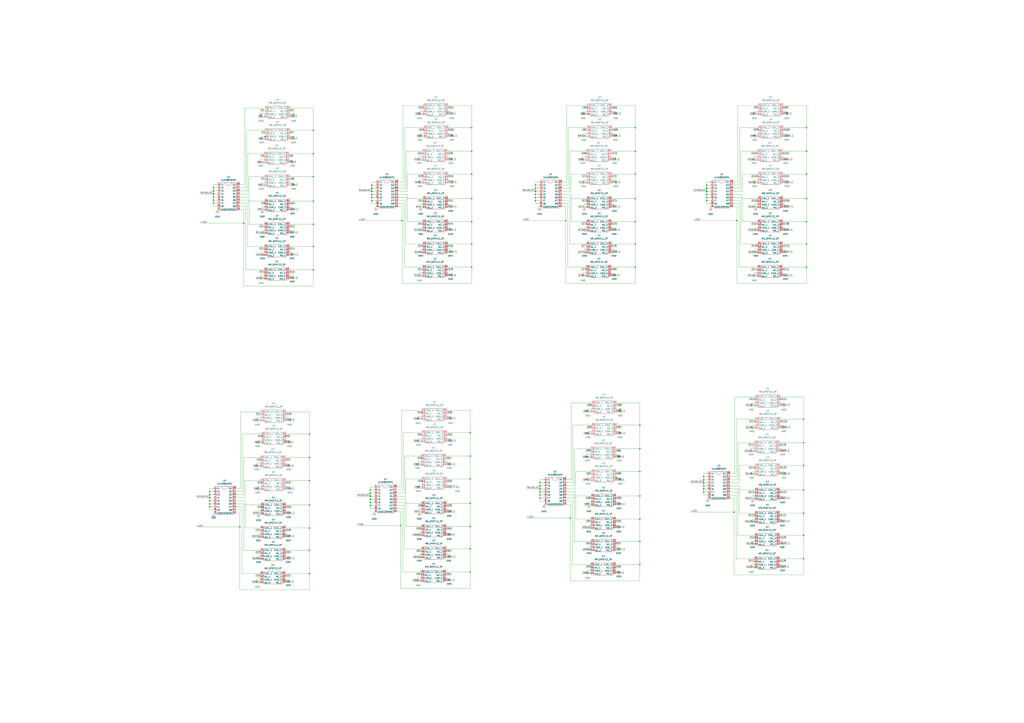
<source format=kicad_sch>
(kicad_sch (version 20211123) (generator eeschema)
  (paper "A1")
  (junction (at 304.1396 415.4424))
  (junction (at 464.693 181.356))
  (junction (at 387.4008 143.0782))
  (junction (at 439.801 164.8714))
  (junction (at 304.1396 412.9024))
  (junction (at 580.39 157.3276))
  (junction (at 257.3274 221.742))
  (junction (at 257.3274 107.1118))
  (junction (at 443.5094 399.161))
  (junction (at 525.526 444.8556))
  (junction (at 305.3842 152.1714))
  (junction (at 304.1396 410.3624))
  (junction (at 386.1816 393.6492))
  (junction (at 172.1612 409.0416))
  (junction (at 577.9262 401.8788))
  (junction (at 254.1778 376.0724))
  (junction (at 197.0278 433.1462))
  (junction (at 580.39 154.7114))
  (junction (at 175.3108 159.4104))
  (junction (at 521.843 200.406))
  (junction (at 305.3588 164.8714))
  (junction (at 580.39 152.1714))
  (junction (at 506.222 392.6078))
  (junction (at 521.843 182.1942))
  (junction (at 175.2854 161.9504))
  (junction (at 387.4008 124.2822))
  (junction (at 580.39 157.3022))
  (junction (at 172.1612 406.5016))
  (junction (at 580.3646 164.8714))
  (junction (at 241.1222 93.9546))
  (junction (at 172.1358 416.6616))
  (junction (at 257.3274 126.4412))
  (junction (at 662.4066 182.1942))
  (junction (at 659.9682 421.7416))
  (junction (at 254.1778 414.9598))
  (junction (at 257.3274 165.3286))
  (junction (at 175.3108 154.3304))
  (junction (at 304.165 407.8224))
  (junction (at 580.3646 159.7914))
  (junction (at 439.801 162.3314))
  (junction (at 662.4066 200.406))
  (junction (at 439.8264 154.7114))
  (junction (at 439.801 159.7914))
  (junction (at 330.2508 181.356))
  (junction (at 305.4096 157.2768))
  (junction (at 521.843 143.0782))
  (junction (at 443.484 404.241))
  (junction (at 305.3588 162.3314))
  (junction (at 525.526 464.0326))
  (junction (at 662.4066 104.9528))
  (junction (at 577.977 396.8242))
  (junction (at 521.843 219.583))
  (junction (at 387.4008 182.1942))
  (junction (at 387.4008 200.406))
  (junction (at 175.2854 164.4904))
  (junction (at 577.9516 394.2588))
  (junction (at 439.8264 152.1714))
  (junction (at 577.9262 404.4188))
  (junction (at 200.1774 183.515))
  (junction (at 577.9516 396.7988))
  (junction (at 254.1778 471.3732))
  (junction (at 386.1816 413.7406))
  (junction (at 172.1358 411.5816))
  (junction (at 468.376 425.8056))
  (junction (at 387.4008 219.583))
  (junction (at 602.8182 420.9034))
  (junction (at 662.4066 124.2822))
  (junction (at 659.9682 402.717))
  (junction (at 304.165 405.2824))
  (junction (at 521.843 124.2822))
  (junction (at 175.2854 167.0304))
  (junction (at 659.9682 363.8296))
  (junction (at 175.3362 159.4358))
  (junction (at 443.5094 401.701))
  (junction (at 577.9516 391.7188))
  (junction (at 662.4066 219.583))
  (junction (at 217.7796 112.1918))
  (junction (at 605.2566 181.356))
  (junction (at 386.1816 470.154))
  (junction (at 257.3274 184.3532))
  (junction (at 214.4268 93.9546))
  (junction (at 525.526 387.5278))
  (junction (at 257.3274 202.565))
  (junction (at 662.4066 143.0782))
  (junction (at 254.1778 452.1962))
  (junction (at 386.1816 450.977))
  (junction (at 521.843 104.9528))
  (junction (at 305.3842 154.7114))
  (junction (at 240.9444 112.268))
  (junction (at 521.843 163.1696))
  (junction (at 172.1612 403.9616))
  (junction (at 659.9682 459.1304))
  (junction (at 525.526 349.4024))
  (junction (at 387.4008 104.9528))
  (junction (at 305.3842 157.2514))
  (junction (at 525.526 407.6192))
  (junction (at 659.9682 439.9534))
  (junction (at 175.3108 156.8704))
  (junction (at 525.526 426.6438))
  (junction (at 443.484 409.321))
  (junction (at 172.1358 414.1216))
  (junction (at 305.3588 159.7914))
  (junction (at 386.1816 355.5238))
  (junction (at 329.0316 431.927))
  (junction (at 386.1816 432.7652))
  (junction (at 659.9682 344.5002))
  (junction (at 525.526 368.7318))
  (junction (at 257.3274 145.2372))
  (junction (at 443.484 406.781))
  (junction (at 580.3646 162.3314))
  (junction (at 439.8518 157.2768))
  (junction (at 254.1778 394.8684))
  (junction (at 659.9682 382.6256))
  (junction (at 304.165 402.7424))
  (junction (at 439.8264 157.2514))
  (junction (at 172.1612 409.0162))
  (junction (at 386.1816 374.8532))
  (junction (at 254.1778 433.9844))
  (junction (at 577.9262 399.3388))
  (junction (at 662.4066 163.1696))
  (junction (at 254.1778 356.743))
  (junction (at 509.3208 336.2452))
  (junction (at 387.4008 163.1696))
  (junction (at 443.5094 396.621))
  (wire (pts (xy 604.52 406.9588) (xy 599.4908 406.9588)))
  (wire (pts (xy 468.376 477.3422) (xy 525.526 477.3422)))
  (wire (pts (xy 614.4006 424.2562) (xy 619.8616 424.2816)))
  (wire (pts (xy 643.3058 91.7702) (xy 646.2014 91.7702)))
  (wire (pts (xy 366.4712 475.3102) (xy 366.4712 475.234)))
  (wire (pts (xy 368.427 104.9528) (xy 387.4008 104.9528)))
  (wire (pts (xy 642.6454 124.2822) (xy 662.4066 124.2822)))
  (wire (pts (xy 204.5716 184.3532) (xy 204.5716 166.2684)))
  (wire (pts (xy 642.874 184.7342) (xy 648.208 184.7088)))
  (wire (pts (xy 198.7296 419.2016) (xy 193.7004 419.2016)))
  (wire (pts (xy 344.2462 128.5494) (xy 344.2462 129.4384)))
  (wire (pts (xy 478.282 89.2302) (xy 482.1682 89.2302)))
  (wire (pts (xy 344.5002 91.7956) (xy 344.5002 91.7702)))
  (wire (pts (xy 502.3104 207.772) (xy 509.6764 207.772)))
  (wire (pts (xy 237.5662 126.4412) (xy 257.3274 126.4412)))
  (wire (pts (xy 345.5416 170.688) (xy 345.5416 167.5892)))
  (wire (pts (xy 344.5256 224.8154) (xy 344.5256 224.0788)))
  (wire (pts (xy 172.1612 406.5016) (xy 175.4124 406.5016)))
  (wire (pts (xy 346.3036 393.6492) (xy 333.2734 393.6492)))
  (wire (pts (xy 332.3082 374.8532) (xy 332.3082 405.2824)))
  (wire (pts (xy 481.203 390.0678) (xy 485.648 390.0678)))
  (wire (pts (xy 439.8264 152.1714) (xy 439.8264 154.7114)))
  (wire (pts (xy 502.7422 94.0562) (xy 509.9812 94.0308)))
  (wire (pts (xy 204.5208 165.3286) (xy 204.5208 161.9504)))
  (wire (pts (xy 640.4356 439.9534) (xy 659.9682 439.9534)))
  (wire (pts (xy 330.7334 417.9824) (xy 325.7042 417.9824)))
  (wire (pts (xy 640.588 405.257) (xy 646.0744 405.257)))
  (wire (pts (xy 509.3208 336.2198) (xy 509.3208 336.2452)))
  (wire (pts (xy 525.526 426.6438) (xy 525.526 407.6192)))
  (wire (pts (xy 369.7986 360.6038) (xy 369.7986 360.68)))
  (wire (pts (xy 504.2662 205.5368) (xy 504.2662 204.8256)))
  (wire (pts (xy 344.2462 128.5494) (xy 347.0656 128.5494)))
  (wire (pts (xy 443.5094 403.733) (xy 443.484 404.241)))
  (wire (pts (xy 640.2578 466.4964) (xy 648.208 466.4964)))
  (wire (pts (xy 196.85 172.1104) (xy 200.1774 172.1104)))
  (wire (pts (xy 618.0328 426.8216) (xy 619.8616 426.8216)))
  (wire (pts (xy 521.843 219.583) (xy 521.843 200.406)))
  (wire (pts (xy 342.6206 339.8012) (xy 346.5068 339.8012)))
  (wire (pts (xy 642.6962 224.7392) (xy 642.6962 224.663)))
  (wire (pts (xy 238.0234 145.2372) (xy 257.3274 145.2372)))
  (wire (pts (xy 344.2462 437.896) (xy 344.2462 437.8452)))
  (wire (pts (xy 172.1358 411.5816) (xy 175.4124 411.5816)))
  (wire (pts (xy 347.0656 128.5494) (xy 347.0656 129.3622)))
  (wire (pts (xy 599.4908 409.4988) (xy 602.8182 409.4988)))
  (wire (pts (xy 482.9556 392.6078) (xy 485.648 392.6078)))
  (wire (pts (xy 465.0486 414.401) (xy 468.376 414.401)))
  (wire (pts (xy 196.85 151.7904) (xy 200.914 151.7904)))
  (wire (pts (xy 386.1816 374.8532) (xy 386.1816 355.5238)))
  (wire (pts (xy 662.4066 124.2822) (xy 662.4066 104.9528)))
  (wire (pts (xy 466.3948 219.583) (xy 466.3948 167.4114)))
  (wire (pts (xy 659.9682 459.1304) (xy 659.9682 439.9534)))
  (wire (pts (xy 214.5792 109.6518) (xy 217.7796 109.6518)))
  (wire (pts (xy 175.2854 169.5704) (xy 175.2854 167.0304)))
  (wire (pts (xy 481.7618 351.9424) (xy 485.9782 351.9424)))
  (wire (pts (xy 482.3714 372.999) (xy 485.1908 372.999)))
  (wire (pts (xy 643.0264 165.7096) (xy 648.4112 165.7604)))
  (wire (pts (xy 368.3 94.0562) (xy 374.1928 94.0562)))
  (wire (pts (xy 502.3104 204.8256) (xy 502.3104 205.486)))
  (wire (pts (xy 237.9472 172.6946) (xy 245.0338 172.6946)))
  (wire (pts (xy 645.033 187.325) (xy 645.033 187.2742)))
  (wire (pts (xy 257.3274 126.4412) (xy 257.3274 107.1118)))
  (wire (pts (xy 605.2566 232.8926) (xy 662.4066 232.8926)))
  (wire (pts (xy 580.39 154.7114) (xy 583.6412 154.7114)))
  (wire (pts (xy 172.1358 416.6616) (xy 175.4124 416.6616)))
  (wire (pts (xy 474.599 131.9276) (xy 481.5078 131.9022)))
  (wire (pts (xy 472.7194 407.6192) (xy 472.7194 404.241)))
  (wire (pts (xy 606.0948 394.2588) (xy 599.4908 394.2588)))
  (wire (pts (xy 343.8906 107.5182) (xy 347.853 107.4928)))
  (wire (pts (xy 502.7422 91.7702) (xy 505.6378 91.7702)))
  (wire (pts (xy 237.5662 128.9812) (xy 240.7666 128.9558)))
  (wire (pts (xy 211.3026 476.6056) (xy 211.3026 475.869)))
  (wire (pts (xy 643.4328 112.3188) (xy 651.6116 112.3442)))
  (wire (pts (xy 204.4192 159.4104) (xy 196.85 159.4104)))
  (wire (pts (xy 367.8682 189.5602) (xy 374.8532 189.5602)))
  (wire (pts (xy 206.7814 441.6044) (xy 214.0712 441.6044)))
  (wire (pts (xy 345.8464 379.1204) (xy 345.8464 379.9332)))
  (wire (pts (xy 521.843 232.8926) (xy 521.843 219.583)))
  (wire (pts (xy 642.7216 222.123) (xy 648.208 222.1738)))
  (wire (pts (xy 620.6236 205.4606) (xy 620.6236 204.8002)))
  (wire (pts (xy 443.484 404.241) (xy 446.7606 404.241)))
  (wire (pts (xy 470.0778 464.0326) (xy 470.0778 411.861)))
  (wire (pts (xy 368.0968 148.209) (xy 368.0968 148.1582)))
  (wire (pts (xy 215.5444 206.9592) (xy 217.2208 206.9592)))
  (wire (pts (xy 370.332 129.413) (xy 370.332 129.3622)))
  (wire (pts (xy 305.3842 154.7114) (xy 305.3842 157.2514)))
  (wire (pts (xy 344.8304 148.1582) (xy 347.5228 148.1582)))
  (wire (pts (xy 642.6454 126.8222) (xy 648.1064 126.8222)))
  (wire (pts (xy 369.1128 379.9332) (xy 366.4204 379.9332)))
  (wire (pts (xy 643.5852 349.5802) (xy 643.5852 349.6564)))
  (wire (pts (xy 257.3274 235.0516) (xy 257.3274 221.742)))
  (wire (pts (xy 211.2772 343.5604) (xy 214.503 343.5604)))
  (wire (pts (xy 505.8156 466.5726) (xy 510.2352 466.6234)))
  (wire (pts (xy 214.4522 226.9744) (xy 214.4522 226.2378)))
  (wire (pts (xy 211.0232 380.3396) (xy 211.0232 381.2286)))
  (wire (pts (xy 474.4466 189.8142) (xy 481.7364 189.8142)))
  (wire (pts (xy 367.0808 344.6272) (xy 374.0658 344.6272)))
  (wire (pts (xy 304.165 400.2278) (xy 304.165 402.7424)))
  (wire (pts (xy 646.1252 328.8538) (xy 641.35 328.7776)))
  (wire (pts (xy 464.693 181.356) (xy 464.693 232.8926)))
  (wire (pts (xy 367.8682 207.772) (xy 375.2342 207.772)))
  (wire (pts (xy 481.1014 429.1838) (xy 485.4194 429.1838)))
  (wire (pts (xy 481.1014 466.5726) (xy 485.2416 466.5726)))
  (wire (pts (xy 366.4712 477.52) (xy 373.38 477.5454)))
  (wire (pts (xy 214.63 356.743) (xy 199.136 356.743)))
  (wire (pts (xy 387.4008 104.9528) (xy 387.4008 86.6902)))
  (wire (pts (xy 615.9754 112.6236) (xy 622.8588 112.5728)))
  (wire (pts (xy 485.9782 349.4024) (xy 470.4842 349.4024)))
  (wire (pts (xy 603.5548 389.1788) (xy 603.5548 326.2376)))
  (wire (pts (xy 617.093 463.6262) (xy 619.6838 463.6262)))
  (wire (pts (xy 608.8888 164.1094) (xy 609.6508 164.1094)))
  (wire (pts (xy 659.9682 402.717) (xy 659.9682 382.6256)))
  (wire (pts (xy 617.0676 331.343) (xy 617.0676 331.3176)))
  (wire (pts (xy 443.0776 167.4114) (xy 439.801 167.4114)))
  (wire (pts (xy 646.0236 110.0328) (xy 646.0236 110.109)))
  (wire (pts (xy 212.8012 205.105) (xy 217.2208 205.105)))
  (wire (pts (xy 478.6884 128.5494) (xy 481.5078 128.5494)))
  (wire (pts (xy 214.4522 167.8686) (xy 217.3732 167.8686)))
  (wire (pts (xy 620.4712 187.325) (xy 620.4712 187.2742)))
  (wire (pts (xy 644.8298 205.5368) (xy 644.8298 204.8256)))
  (wire (pts (xy 332.359 152.1714) (xy 326.9234 152.1714)))
  (wire (pts (xy 304.165 407.8224) (xy 307.4162 407.8224)))
  (wire (pts (xy 580.3646 167.4114) (xy 580.3646 164.8714)))
  (wire (pts (xy 334.4926 143.0782) (xy 334.4926 157.2514)))
  (wire (pts (xy 646.2014 91.7702) (xy 646.2014 91.7956)))
  (wire (pts (xy 508.4572 373.8118) (xy 505.7648 373.8118)))
  (wire (pts (xy 605.9932 149.6314) (xy 605.9932 86.6902)))
  (wire (pts (xy 203.454 126.4412) (xy 203.454 156.8704)))
  (wire (pts (xy 340.1568 227.203) (xy 347.1164 227.203)))
  (wire (pts (xy 472.0082 406.781) (xy 472.0082 408.559)))
  (wire (pts (xy 604.9264 391.7188) (xy 599.4908 391.7188)))
  (wire (pts (xy 172.1612 411.0736) (xy 172.1358 411.5816)))
  (wire (pts (xy 338.9376 477.774) (xy 345.8972 477.774)))
  (wire (pts (xy 502.539 145.6182) (xy 506.6792 145.5928)))
  (wire (pts (xy 234.4674 478.7392) (xy 241.3762 478.7646)))
  (wire (pts (xy 642.5946 426.8216) (xy 640.4356 426.8216)))
  (wire (pts (xy 583.6412 169.9514) (xy 583.6412 170.4848)))
  (wire (pts (xy 386.1816 393.6492) (xy 386.1816 374.8532)))
  (wire (pts (xy 614.553 461.645) (xy 619.6838 461.6704)))
  (wire (pts (xy 347.4466 167.5892) (xy 347.4466 168.2496)))
  (wire (pts (xy 620.5474 167.5892) (xy 622.4524 167.5892)))
  (wire (pts (xy 474.9038 170.7896) (xy 481.8888 170.7896)))
  (wire (pts (xy 642.874 202.946) (xy 648.335 202.946)))
  (wire (pts (xy 366.8014 416.2806) (xy 371.1448 416.2806)))
  (wire (pts (xy 366.8776 393.6492) (xy 386.1816 393.6492)))
  (wire (pts (xy 368.6048 455.3966) (xy 366.649 455.3966)))
  (wire (pts (xy 470.0778 411.861) (xy 465.0486 411.861)))
  (wire (pts (xy 212.2424 439.1152) (xy 212.2424 439.0644)))
  (wire (pts (xy 617.093 464.3628) (xy 617.093 463.6262)))
  (wire (pts (xy 525.526 444.8556) (xy 525.526 426.6438)))
  (wire (pts (xy 619.8616 444.3476) (xy 619.8616 445.0334)))
  (wire (pts (xy 439.8264 159.2834) (xy 439.8518 157.2768)))
  (wire (pts (xy 193.7004 411.5816) (xy 201.3712 411.5816)))
  (wire (pts (xy 344.8812 110.0836) (xy 347.8022 110.0328)))
  (wire (pts (xy 172.1612 401.447) (xy 172.1612 403.9616)))
  (wire (pts (xy 642.874 207.772) (xy 650.9766 207.772)))
  (wire (pts (xy 172.1612 409.0416) (xy 175.4124 409.0416)))
  (wire (pts (xy 469.0364 163.1696) (xy 469.0364 159.7914)))
  (wire (pts (xy 211.6582 361.8738) (xy 214.5792 361.823)))
  (wire (pts (xy 172.1358 419.2016) (xy 172.1358 416.6616)))
  (wire (pts (xy 599.4908 389.1788) (xy 603.5548 389.1788)))
  (wire (pts (xy 368.7826 89.2302) (xy 368.3 89.2302)))
  (wire (pts (xy 505.8156 464.0326) (xy 525.526 464.0326)))
  (wire (pts (xy 366.649 435.3052) (xy 371.0432 435.3052)))
  (wire (pts (xy 333.4258 432.7652) (xy 333.4258 414.6804)))
  (wire (pts (xy 509.143 354.4824) (xy 509.143 354.5586)))
  (wire (pts (xy 482.6508 468.5284) (xy 485.2416 468.5284)))
  (wire (pts (xy 443.5094 401.701) (xy 446.7606 401.701)))
  (wire (pts (xy 479.2726 148.1582) (xy 481.965 148.1582)))
  (wire (pts (xy 175.3108 159.4104) (xy 175.3362 159.4358)))
  (wire (pts (xy 482.6508 469.265) (xy 482.6508 468.5284)))
  (wire (pts (xy 612.7242 466.7504) (xy 619.6838 466.7504)))
  (wire (pts (xy 330.9874 149.6314) (xy 330.9874 86.6902)))
  (wire (pts (xy 196.85 164.4904) (xy 203.8096 164.4904)))
  (wire (pts (xy 472.6178 401.701) (xy 465.0486 401.701)))
  (wire (pts (xy 645.1092 224.7392) (xy 642.6962 224.7392)))
  (wire (pts (xy 344.3224 418.1602) (xy 346.2274 418.1602)))
  (wire (pts (xy 525.526 349.4024) (xy 525.526 331.1398)))
  (wire (pts (xy 525.526 407.6192) (xy 525.526 387.5278)))
  (wire (pts (xy 203.8096 166.2684) (xy 204.5716 166.2684)))
  (wire (pts (xy 175.3108 156.8704) (xy 178.562 156.8704)))
  (wire (pts (xy 510.8956 333.7306) (xy 506.9586 333.6798)))
  (wire (pts (xy 340.8934 94.3102) (xy 347.726 94.3102)))
  (wire (pts (xy 485.1908 372.999) (xy 485.1908 373.8118)))
  (wire (pts (xy 201.2696 409.0416) (xy 193.7004 409.0416)))
  (wire (pts (xy 211.0232 380.3396) (xy 213.8426 380.3396)))
  (wire (pts (xy 616.9152 145.6436) (xy 622.5286 145.6182)))
  (wire (pts (xy 525.526 331.1398) (xy 506.4252 331.1398)))
  (wire (pts (xy 326.9234 159.7914) (xy 334.5942 159.7914)))
  (wire (pts (xy 346.075 455.3712) (xy 346.075 456.057)))
  (wire (pts (xy 443.5094 396.621) (xy 443.5094 399.161)))
  (wire (pts (xy 234.4166 376.0724) (xy 254.1778 376.0724)))
  (wire (pts (xy 525.526 477.3422) (xy 525.526 464.0326)))
  (wire (pts (xy 622.0714 124.2822) (xy 608.5332 124.2822)))
  (wire (pts (xy 643.1026 148.209) (xy 643.1026 148.1582)))
  (wire (pts (xy 483.743 449.2498) (xy 485.4194 449.2498)))
  (wire (pts (xy 502.158 222.123) (xy 506.5776 222.1738)))
  (wire (pts (xy 210.7184 378.6124) (xy 213.8426 378.6124)))
  (wire (pts (xy 461.3656 149.6314) (xy 465.4296 149.6314)))
  (wire (pts (xy 599.4908 401.8788) (xy 606.4504 401.8788)))
  (wire (pts (xy 606.9584 219.583) (xy 606.9584 167.4114)))
  (wire (pts (xy 620.4712 187.2742) (xy 622.3 187.2742)))
  (wire (pts (xy 640.207 366.3696) (xy 645.6426 366.395)))
  (wire (pts (xy 506.5522 354.4824) (xy 509.143 354.4824)))
  (wire (pts (xy 257.3274 88.8492) (xy 238.2266 88.8492)))
  (wire (pts (xy 608.5332 154.7114) (xy 601.9292 154.7114)))
  (wire (pts (xy 465.0486 406.781) (xy 472.0082 406.781)))
  (wire (pts (xy 215.4682 169.7482) (xy 217.3732 169.7482)))
  (wire (pts (xy 211.582 152.8572) (xy 217.4494 152.8572)))
  (wire (pts (xy 619.6838 463.6262) (xy 619.6838 464.2104)))
  (wire (pts (xy 344.3224 421.259) (xy 344.3224 418.1602)))
  (wire (pts (xy 368.6048 456.1078) (xy 368.6048 455.3966)))
  (wire (pts (xy 201.2696 394.8684) (xy 201.2696 409.0416)))
  (wire (pts (xy 175.2854 164.4904) (xy 178.562 164.4904)))
  (wire (pts (xy 502.158 222.123) (xy 502.1326 222.123)))
  (wire (pts (xy 602.8182 420.9034) (xy 602.8182 472.44)))
  (wire (pts (xy 209.931 191.9732) (xy 217.2208 191.9732)))
  (wire (pts (xy 387.4008 163.1696) (xy 387.4008 143.0782)))
  (wire (pts (xy 614.2736 366.395) (xy 619.633 366.3696)))
  (wire (pts (xy 605.9932 86.6902) (xy 622.7318 86.6902)))
  (wire (pts (xy 581.2028 389.1788) (xy 577.9516 389.2042)))
  (wire (pts (xy 506.9586 89.3826) (xy 503.2248 89.2302)))
  (wire (pts (xy 640.207 371.1956) (xy 648.462 371.221)))
  (wire (pts (xy 334.4926 157.2514) (xy 326.9234 157.2514)))
  (wire (pts (xy 506.1458 414.9852) (xy 513.2324 414.9852)))
  (wire (pts (xy 502.8692 110.0328) (xy 505.46 110.0328)))
  (wire (pts (xy 483.6668 412.0388) (xy 485.5718 412.0388)))
  (wire (pts (xy 502.3104 200.406) (xy 521.843 200.406)))
  (wire (pts (xy 643.4328 104.9528) (xy 662.4066 104.9528)))
  (wire (pts (xy 237.6424 224.282) (xy 242.062 224.3328)))
  (wire (pts (xy 614.3752 189.7888) (xy 622.3 189.8142)))
  (wire (pts (xy 367.2078 355.5238) (xy 386.1816 355.5238)))
  (wire (pts (xy 197.7644 401.4216) (xy 197.7644 338.4804)))
  (wire (pts (xy 446.7606 394.081) (xy 443.5094 394.1064)))
  (wire (pts (xy 237.9472 167.8686) (xy 242.2906 167.8686)))
  (wire (pts (xy 502.4628 168.2496) (xy 504.5964 168.2496)))
  (wire (pts (xy 209.7532 473.9132) (xy 213.8934 473.9132)))
  (wire (pts (xy 370.332 129.3622) (xy 367.6396 129.3622)))
  (wire (pts (xy 504.7742 129.413) (xy 504.7742 129.3622)))
  (wire (pts (xy 238.0234 152.6032) (xy 244.4242 152.6032)))
  (wire (pts (xy 346.075 450.977) (xy 332.1558 450.977)))
  (wire (pts (xy 485.9274 354.4824) (xy 485.9782 354.4824)))
  (wire (pts (xy 640.4356 421.7416) (xy 659.9682 421.7416)))
  (wire (pts (xy 213.8934 471.3732) (xy 198.7296 471.3732)))
  (wire (pts (xy 238.2266 96.2152) (xy 244.1194 96.2152)))
  (wire (pts (xy 521.843 182.1942) (xy 521.843 163.1696)))
  (wire (pts (xy 505.6378 91.7702) (xy 505.6378 91.7956)))
  (wire (pts (xy 439.801 164.8714) (xy 443.0776 164.8714)))
  (wire (pts (xy 257.3274 145.2372) (xy 257.3274 126.4412)))
  (wire (pts (xy 239.7506 207.6958) (xy 239.7506 206.9846)))
  (wire (pts (xy 305.3842 157.2514) (xy 308.6354 157.2514)))
  (wire (pts (xy 331.1398 402.7424) (xy 325.7042 402.7424)))
  (wire (pts (xy 618.8456 89.2302) (xy 622.7318 89.2302)))
  (wire (pts (xy 214.1728 130.7084) (xy 214.1728 131.5974)))
  (wire (pts (xy 615.0102 347.1164) (xy 620.4204 347.0402)))
  (wire (pts (xy 609.4984 157.2514) (xy 601.9292 157.2514)))
  (wire (pts (xy 237.9726 343.5604) (xy 237.9726 343.5858)))
  (wire (pts (xy 502.1326 219.583) (xy 521.843 219.583)))
  (wire (pts (xy 237.7948 184.3532) (xy 257.3274 184.3532)))
  (wire (pts (xy 478.5106 376.3264) (xy 485.1908 376.3518)))
  (wire (pts (xy 474.7006 208.026) (xy 481.7364 208.026)))
  (wire (pts (xy 199.136 356.743) (xy 199.136 403.9616)))
  (wire (pts (xy 207.5688 422.5036) (xy 214.2236 422.5798)))
  (wire (pts (xy 234.4674 471.3732) (xy 254.1778 471.3732)))
  (wire (pts (xy 601.9292 149.6314) (xy 605.9932 149.6314)))
  (wire (pts (xy 508.4572 373.8626) (xy 508.4572 373.8118)))
  (wire (pts (xy 479.9076 187.325) (xy 479.9076 187.2742)))
  (wire (pts (xy 471.5002 409.321) (xy 471.5002 444.8556)))
  (wire (pts (xy 607.3648 152.1714) (xy 601.9292 152.1714)))
  (wire (pts (xy 618.109 407.1366) (xy 620.014 407.1366)))
  (wire (pts (xy 608.3808 164.8714) (xy 608.3808 200.406)))
  (wire (pts (xy 375.7676 398.8562) (xy 366.8776 398.78)))
  (wire (pts (xy 611.9368 390.2202) (xy 620.0902 390.2456)))
  (wire (pts (xy 334.5942 163.1696) (xy 334.5942 159.7914)))
  (wire (pts (xy 612.8258 447.5734) (xy 619.8616 447.5734)))
  (wire (pts (xy 577.9516 394.2588) (xy 581.2028 394.2588)))
  (wire (pts (xy 235.204 364.109) (xy 240.919 364.109)))
  (wire (pts (xy 235.204 361.823) (xy 237.7948 361.823)))
  (wire (pts (xy 366.649 455.3966) (xy 366.649 456.057)))
  (wire (pts (xy 214.4268 93.9292) (xy 217.6526 93.9292)))
  (wire (pts (xy 622.4524 167.5892) (xy 622.4524 168.2496)))
  (wire (pts (xy 387.4008 232.8926) (xy 387.4008 219.583)))
  (wire (pts (xy 662.4066 219.583) (xy 662.4066 200.406)))
  (wire (pts (xy 577.9262 401.8788) (xy 577.9262 399.3388)))
  (wire (pts (xy 505.7648 376.0978) (xy 512.6228 376.0978)))
  (wire (pts (xy 599.4908 399.3388) (xy 607.1616 399.3388)))
  (wire (pts (xy 504.5456 224.7392) (xy 502.1326 224.7392)))
  (wire (pts (xy 234.8738 397.4084) (xy 239.268 397.4846)))
  (wire (pts (xy 175.4124 421.7416) (xy 175.4124 422.275)))
  (wire (pts (xy 604.9264 344.5002) (xy 604.9264 391.7188)))
  (wire (pts (xy 387.4008 143.0782) (xy 387.4008 124.2822)))
  (wire (pts (xy 367.5634 339.8012) (xy 367.0808 339.8012)))
  (wire (pts (xy 601.9292 164.8714) (xy 608.3808 164.8714)))
  (wire (pts (xy 371.2972 148.209) (xy 368.0968 148.209)))
  (wire (pts (xy 466.8012 104.9528) (xy 466.8012 152.1714)))
  (wire (pts (xy 175.4124 419.2016) (xy 172.1358 419.2016)))
  (wire (pts (xy 234.4928 473.9132) (xy 238.9124 473.964)))
  (wire (pts (xy 465.0486 409.321) (xy 471.5002 409.321)))
  (wire (pts (xy 254.1778 414.9598) (xy 254.1778 394.8684)))
  (wire (pts (xy 432.816 401.7264) (xy 443.5348 401.7264)))
  (wire (pts (xy 619.506 91.7956) (xy 619.506 91.7702)))
  (wire (pts (xy 193.7004 414.1216) (xy 200.66 414.1216)))
  (wire (pts (xy 640.588 410.083) (xy 648.6398 410.083)))
  (wire (pts (xy 439.8264 159.2834) (xy 439.801 159.7914)))
  (wire (pts (xy 294.6908 157.2768) (xy 305.4096 157.2768)))
  (wire (pts (xy 483.5906 431.7746) (xy 483.5906 431.7238)))
  (wire (pts (xy 207.7466 383.6924) (xy 213.8426 383.6924)))
  (wire (pts (xy 217.2208 202.565) (xy 203.3016 202.565)))
  (wire (pts (xy 622.3 200.406) (xy 608.3808 200.406)))
  (wire (pts (xy 485.648 387.5278) (xy 472.6178 387.5278)))
  (wire (pts (xy 240.03 226.8982) (xy 237.617 226.8982)))
  (wire (pts (xy 308.6354 169.9514) (xy 308.6354 170.4848)))
  (wire (pts (xy 643.7884 89.2302) (xy 643.3058 89.2302)))
  (wire (pts (xy 326.9234 164.8714) (xy 333.375 164.8714)))
  (wire (pts (xy 622.808 110.0328) (xy 622.8588 110.0328)))
  (wire (pts (xy 175.3108 159.4104) (xy 178.562 159.4104)))
  (wire (pts (xy 333.2734 407.8224) (xy 325.7042 407.8224)))
  (wire (pts (xy 209.0674 364.363) (xy 214.63 364.363)))
  (wire (pts (xy 609.4984 143.0782) (xy 609.4984 157.2514)))
  (wire (pts (xy 618.0328 426.8724) (xy 618.0328 426.8216)))
  (wire (pts (xy 172.1358 414.1216) (xy 175.4124 414.1216)))
  (wire (pts (xy 347.2942 182.1942) (xy 334.645 182.1942)))
  (wire (pts (xy 606.9584 167.4114) (xy 601.9292 167.4114)))
  (wire (pts (xy 612.3432 352.171) (xy 620.4204 352.1202)))
  (wire (pts (xy 238.3536 114.4778) (xy 244.0686 114.4778)))
  (wire (pts (xy 580.39 152.1714) (xy 580.39 154.7114)))
  (wire (pts (xy 580.3646 164.8714) (xy 583.6412 164.8714)))
  (wire (pts (xy 345.8972 474.6498) (xy 345.8972 475.234)))
  (wire (pts (xy 343.2556 165.7096) (xy 347.4466 165.7096)))
  (wire (pts (xy 502.539 150.4442) (xy 509.4732 150.4442)))
  (wire (pts (xy 521.843 86.6902) (xy 502.7422 86.6902)))
  (wire (pts (xy 640.8674 331.3176) (xy 643.763 331.3176)))
  (wire (pts (xy 334.645 182.1942) (xy 334.645 164.1094)))
  (wire (pts (xy 620.3696 349.5802) (xy 620.4204 349.5802)))
  (wire (pts (xy 294.6146 181.356) (xy 330.2508 181.356)))
  (wire (pts (xy 482.2444 110.0328) (xy 482.2952 110.0328)))
  (wire (pts (xy 577.9516 389.2042) (xy 577.9516 391.7188)))
  (wire (pts (xy 505.9934 434.0098) (xy 512.9784 434.0098)))
  (wire (pts (xy 604.52 459.1304) (xy 604.52 406.9588)))
  (wire (pts (xy 254.1778 394.8684) (xy 254.1778 376.0724)))
  (wire (pts (xy 485.2416 468.5284) (xy 485.2416 469.1126)))
  (wire (pts (xy 569.6966 157.2768) (xy 580.39 157.3276)))
  (wire (pts (xy 599.4908 404.4188) (xy 605.9424 404.4188)))
  (wire (pts (xy 606.4504 401.8788) (xy 606.4504 403.6568)))
  (wire (pts (xy 478.8154 338.836) (xy 485.8512 338.7598)))
  (wire (pts (xy 640.9944 344.5002) (xy 659.9682 344.5002)))
  (wire (pts (xy 332.1558 415.4424) (xy 332.1558 450.977)))
  (wire (pts (xy 525.526 464.0326) (xy 525.526 444.8556)))
  (wire (pts (xy 217.043 226.2378) (xy 217.043 226.822)))
  (wire (pts (xy 342.9762 126.8476) (xy 347.0656 126.8222)))
  (wire (pts (xy 236.8804 476.5294) (xy 234.4674 476.5294)))
  (wire (pts (xy 330.2508 232.8926) (xy 387.4008 232.8926)))
  (wire (pts (xy 477.393 126.873) (xy 481.5078 126.8222)))
  (wire (pts (xy 366.649 440.1312) (xy 373.634 440.1312)))
  (wire (pts (xy 481.8888 163.1696) (xy 469.0364 163.1696)))
  (wire (pts (xy 211.0994 397.4084) (xy 214.2998 397.4084)))
  (wire (pts (xy 214.0712 452.1962) (xy 200.152 452.1962)))
  (wire (pts (xy 465.0486 394.081) (xy 469.1126 394.081)))
  (wire (pts (xy 525.526 387.5278) (xy 525.526 368.7318)))
  (wire (pts (xy 367.2078 362.8898) (xy 374.3452 362.7882)))
  (wire (pts (xy 366.8014 421.1066) (xy 373.888 421.1066)))
  (wire (pts (xy 606.0948 363.8296) (xy 606.0948 394.2588)))
  (wire (pts (xy 237.7948 191.7192) (xy 244.7798 191.7192)))
  (wire (pts (xy 478.9424 91.7956) (xy 478.9424 91.7702)))
  (wire (pts (xy 305.3588 164.8714) (xy 308.6354 164.8714)))
  (wire (pts (xy 480.06 204.8002) (xy 481.7364 204.8002)))
  (wire (pts (xy 254.1778 471.3732) (xy 254.1778 452.1962)))
  (wire (pts (xy 525.526 368.7318) (xy 525.526 349.4024)))
  (wire (pts (xy 368.427 112.3188) (xy 375.3104 112.2934)))
  (wire (pts (xy 196.85 161.9504) (xy 204.5208 161.9504)))
  (wire (pts (xy 217.7288 112.1918) (xy 217.7796 112.1918)))
  (wire (pts (xy 238.0234 150.368) (xy 238.0234 150.3172)))
  (wire (pts (xy 367.8682 200.406) (xy 387.4008 200.406)))
  (wire (pts (xy 241.2746 91.44) (xy 238.7092 91.3892)))
  (wire (pts (xy 212.1154 96.4692) (xy 217.6526 96.4692)))
  (wire (pts (xy 580.3646 164.8714) (xy 580.3646 162.3314)))
  (wire (pts (xy 468.9348 143.0782) (xy 468.9348 157.2514)))
  (wire (pts (xy 618.1852 445.008) (xy 618.1852 444.3476)))
  (wire (pts (xy 470.4842 349.4024) (xy 470.4842 396.621)))
  (wire (pts (xy 580.3646 159.7914) (xy 583.6412 159.7914)))
  (wire (pts (xy 642.8994 368.9604) (xy 642.8994 368.9096)))
  (wire (pts (xy 477.8248 165.735) (xy 481.8888 165.7096)))
  (wire (pts (xy 304.165 402.7424) (xy 307.4162 402.7424)))
  (wire (pts (xy 474.599 227.203) (xy 481.5586 227.203)))
  (wire (pts (xy 325.7042 410.3624) (xy 333.375 410.3624)))
  (wire (pts (xy 642.7216 222.123) (xy 642.6962 222.123)))
  (wire (pts (xy 347.853 104.9528) (xy 332.359 104.9528)))
  (wire (pts (xy 369.824 205.5368) (xy 369.824 204.8256)))
  (wire (pts (xy 387.4008 182.1942) (xy 387.4008 163.1696)))
  (wire (pts (xy 325.7042 420.5224) (xy 329.0316 420.5224)))
  (wire (pts (xy 211.6074 399.9484) (xy 214.2998 399.9484)))
  (wire (pts (xy 237.7948 202.565) (xy 257.3274 202.565)))
  (wire (pts (xy 367.2078 360.6038) (xy 369.7986 360.6038)))
  (wire (pts (xy 659.9682 326.2376) (xy 640.8674 326.2376)))
  (wire (pts (xy 642.874 182.1942) (xy 662.4066 182.1942)))
  (wire (pts (xy 472.0082 408.559) (xy 472.7702 408.559)))
  (wire (pts (xy 341.757 435.3052) (xy 346.075 435.3052)))
  (wire (pts (xy 344.2462 437.8452) (xy 346.075 437.8452)))
  (wire (pts (xy 346.2274 413.7406) (xy 333.375 413.7406)))
  (wire (pts (xy 485.5718 412.0388) (xy 485.5718 412.6992)))
  (wire (pts (xy 193.7004 416.6616) (xy 200.152 416.6616)))
  (wire (pts (xy 509.4224 392.6586) (xy 506.222 392.6586)))
  (wire (pts (xy 619.633 363.8296) (xy 606.0948 363.8296)))
  (wire (pts (xy 481.7364 204.8002) (xy 481.7364 205.486)))
  (wire (pts (xy 662.4066 182.1942) (xy 662.4066 163.1696)))
  (wire (pts (xy 304.165 405.2824) (xy 304.165 407.8224)))
  (wire (pts (xy 172.1612 403.9616) (xy 172.1612 406.5016)))
  (wire (pts (xy 387.4008 124.2822) (xy 387.4008 104.9528)))
  (wire (pts (xy 325.7042 400.2024) (xy 329.7682 400.2024)))
  (wire (pts (xy 643.8646 387.7564) (xy 640.6642 387.7564)))
  (wire (pts (xy 234.7976 414.9598) (xy 254.1778 414.9598)))
  (wire (pts (xy 343.281 342.3666) (xy 343.281 342.3412)))
  (wire (pts (xy 642.3914 445.0842) (xy 642.3914 444.373)))
  (wire (pts (xy 606.4504 403.6568) (xy 607.2124 403.6568)))
  (wire (pts (xy 340.0044 189.8142) (xy 347.2942 189.8142)))
  (wire (pts (xy 343.6112 398.7292) (xy 346.3036 398.7292)))
  (wire (pts (xy 510.6924 351.9424) (xy 506.5522 351.9424)))
  (wire (pts (xy 339.7504 382.4732) (xy 345.8464 382.4732)))
  (wire (pts (xy 209.7532 436.5244) (xy 214.0712 436.5244)))
  (wire (pts (xy 201.8792 221.742) (xy 201.8792 169.5704)))
  (wire (pts (xy 237.7948 186.8932) (xy 242.189 186.8932)))
  (wire (pts (xy 254.1778 484.6828) (xy 254.1778 471.3732)))
  (wire (pts (xy 326.9234 162.3314) (xy 333.883 162.3314)))
  (wire (pts (xy 235.204 356.743) (xy 254.1778 356.743)))
  (wire (pts (xy 325.7042 412.9024) (xy 332.6638 412.9024)))
  (wire (pts (xy 347.2942 200.406) (xy 333.375 200.406)))
  (wire (pts (xy 175.3108 151.8158) (xy 175.3108 154.3304)))
  (wire (pts (xy 613.8926 227.1776) (xy 622.1222 227.203)))
  (wire (pts (xy 439.8264 157.2514) (xy 443.0776 157.2514)))
  (wire (pts (xy 607.2124 421.7416) (xy 607.2124 403.6568)))
  (wire (pts (xy 237.7948 361.823) (xy 237.7948 361.8992)))
  (wire (pts (xy 214.249 147.7772) (xy 217.4494 147.7772)))
  (wire (pts (xy 439.801 167.4114) (xy 439.801 164.8714)))
  (wire (pts (xy 172.1612 406.5016) (xy 172.1612 409.0162)))
  (wire (pts (xy 609.6 163.1696) (xy 609.6 159.7914)))
  (wire (pts (xy 211.3026 417.4998) (xy 214.2236 417.4998)))
  (wire (pts (xy 620.6236 204.8002) (xy 622.3 204.8002)))
  (wire (pts (xy 659.9682 382.6256) (xy 659.9682 363.8296)))
  (wire (pts (xy 240.9444 112.1918) (xy 240.9444 112.268)))
  (wire (pts (xy 213.8426 380.3396) (xy 213.8426 381.1524)))
  (wire (pts (xy 238.3536 112.1918) (xy 240.9444 112.1918)))
  (wire (pts (xy 443.5094 401.701) (xy 443.5348 401.7264)))
  (wire (pts (xy 482.2952 104.9528) (xy 466.8012 104.9528)))
  (wire (pts (xy 643.1026 150.4442) (xy 651.383 150.4696)))
  (wire (pts (xy 234.4928 473.9132) (xy 234.4674 473.9132)))
  (wire (pts (xy 643.4328 110.0328) (xy 646.0236 110.0328)))
  (wire (pts (xy 215.392 189.4332) (xy 217.2208 189.4332)))
  (wire (pts (xy 369.9764 342.3412) (xy 369.9764 342.3666)))
  (wire (pts (xy 367.8682 202.946) (xy 372.0592 202.946)))
  (wire (pts (xy 521.843 143.0782) (xy 521.843 124.2822)))
  (wire (pts (xy 343.281 342.3412) (xy 346.5068 342.3412)))
  (wire (pts (xy 502.3104 202.946) (xy 506.5014 202.946)))
  (wire (pts (xy 643.0264 168.2496) (xy 645.16 168.2496)))
  (wire (pts (xy 502.4628 165.7096) (xy 506.8062 165.7096)))
  (wire (pts (xy 200.1774 172.1104) (xy 200.1774 183.515)))
  (wire (pts (xy 485.4194 444.8556) (xy 471.5002 444.8556)))
  (wire (pts (xy 257.3274 184.3532) (xy 257.3274 165.3286)))
  (wire (pts (xy 617.3978 387.7056) (xy 620.0902 387.7056)))
  (wire (pts (xy 662.4066 86.6902) (xy 643.3058 86.6902)))
  (wire (pts (xy 235.077 341.0204) (xy 239.4204 341.0204)))
  (wire (pts (xy 234.4166 378.6124) (xy 238.5314 378.6632)))
  (wire (pts (xy 580.3646 162.3314) (xy 580.3646 159.7914)))
  (wire (pts (xy 175.4124 401.4216) (xy 172.1612 401.447)))
  (wire (pts (xy 234.6452 454.7362) (xy 238.8362 454.7362)))
  (wire (pts (xy 237.7948 205.105) (xy 241.9858 205.105)))
  (wire (pts (xy 622.8588 104.9528) (xy 607.3648 104.9528)))
  (wire (pts (xy 659.9682 472.44) (xy 659.9682 459.1304)))
  (wire (pts (xy 614.299 208.0006) (xy 622.3 208.026)))
  (wire (pts (xy 439.801 162.3314) (xy 443.0776 162.3314)))
  (wire (pts (xy 640.6642 387.7564) (xy 640.6642 387.7056)))
  (wire (pts (xy 502.8692 112.3188) (xy 509.7526 112.268)))
  (wire (pts (xy 612.1908 333.883) (xy 620.2934 333.8576)))
  (wire (pts (xy 619.506 91.7702) (xy 622.7318 91.7702)))
  (wire (pts (xy 368.0968 150.4442) (xy 375.1326 150.3934)))
  (wire (pts (xy 367.7158 222.123) (xy 367.6904 222.123)))
  (wire (pts (xy 616.8136 368.0968) (xy 616.8136 368.9858)))
  (wire (pts (xy 468.3252 162.3314) (xy 468.3252 164.1094)))
  (wire (pts (xy 504.7742 129.3622) (xy 502.0818 129.3622)))
  (wire (pts (xy 213.8934 475.869) (xy 213.8934 476.4532)))
  (wire (pts (xy 200.3044 406.5016) (xy 193.7004 406.5016)))
  (wire (pts (xy 620.014 402.717) (xy 607.1616 402.717)))
  (wire (pts (xy 387.4008 86.6902) (xy 368.3 86.6902)))
  (wire (pts (xy 577.9516 396.7988) (xy 577.977 396.8242)))
  (wire (pts (xy 175.2854 167.0304) (xy 175.2854 164.4904)))
  (wire (pts (xy 605.2566 169.9514) (xy 605.2566 181.356)))
  (wire (pts (xy 640.9944 351.8662) (xy 649.224 351.8408)))
  (wire (pts (xy 506.4252 336.2198) (xy 509.3208 336.2198)))
  (wire (pts (xy 386.1816 470.154) (xy 386.1816 450.977)))
  (wire (pts (xy 172.1358 416.6616) (xy 172.1358 414.1216)))
  (wire (pts (xy 508.1524 431.7238) (xy 505.9934 431.7238)))
  (wire (pts (xy 506.222 390.0678) (xy 510.286 390.0678)))
  (wire (pts (xy 615.442 442.4934) (xy 619.8616 442.4934)))
  (wire (pts (xy 482.6254 336.2452) (xy 482.6254 336.2198)))
  (wire (pts (xy 370.0272 187.325) (xy 370.0272 187.2742)))
  (wire (pts (xy 505.9934 449.2752) (xy 505.9934 449.9356)))
  (wire (pts (xy 203.454 156.8704) (xy 196.85 156.8704)))
  (wire (pts (xy 234.8738 394.8684) (xy 254.1778 394.8684)))
  (wire (pts (xy 202.2856 154.3304) (xy 196.85 154.3304)))
  (wire (pts (xy 622.1222 219.583) (xy 606.9584 219.583)))
  (wire (pts (xy 481.965 143.0782) (xy 468.9348 143.0782)))
  (wire (pts (xy 234.6452 436.5244) (xy 239.0394 436.5244)))
  (wire (pts (xy 237.7948 206.9846) (xy 237.7948 207.645)))
  (wire (pts (xy 432.7398 425.8056) (xy 468.376 425.8056)))
  (wire (pts (xy 477.4184 222.123) (xy 481.5586 222.123)))
  (wire (pts (xy 175.2854 164.4904) (xy 175.2854 161.9504)))
  (wire (pts (xy 503.2248 89.2302) (xy 502.7422 89.2302)))
  (wire (pts (xy 214.4268 93.9546) (xy 214.4268 93.9292)))
  (wire (pts (xy 443.5094 396.621) (xy 446.7606 396.621)))
  (wire (pts (xy 478.9678 224.8154) (xy 478.9678 224.0788)))
  (wire (pts (xy 237.109 381.2032) (xy 237.109 381.1524)))
  (wire (pts (xy 175.3108 154.3304) (xy 175.3108 156.8704)))
  (wire (pts (xy 367.7158 222.123) (xy 372.1354 222.1738)))
  (wire (pts (xy 620.5474 170.688) (xy 620.5474 167.5892)))
  (wire (pts (xy 240.2586 131.572) (xy 240.2586 131.5212)))
  (wire (pts (xy 307.4162 400.2024) (xy 304.165 400.2278)))
  (wire (pts (xy 210.185 210.185) (xy 217.2208 210.185)))
  (wire (pts (xy 338.7852 440.3852) (xy 346.075 440.3852)))
  (wire (pts (xy 478.663 395.1224) (xy 485.648 395.1478)))
  (wire (pts (xy 368.808 437.896) (xy 368.808 437.8452)))
  (wire (pts (xy 212.217 114.7318) (xy 217.7796 114.7318)))
  (wire (pts (xy 648.7668 107.4674) (xy 643.4328 107.4928)))
  (wire (pts (xy 614.5022 150.749) (xy 622.5286 150.6982)))
  (wire (pts (xy 366.8776 401.0152) (xy 373.8626 401.0152)))
  (wire (pts (xy 330.2508 181.356) (xy 330.2508 232.8926)))
  (wire (pts (xy 506.1458 412.6992) (xy 508.2794 412.6992)))
  (wire (pts (xy 477.3168 202.946) (xy 481.7364 202.946)))
  (wire (pts (xy 210.1088 341.0204) (xy 214.503 341.0204)))
  (wire (pts (xy 479.9838 167.5892) (xy 481.8888 167.5892)))
  (wire (pts (xy 506.4252 338.5058) (xy 513.334 338.582)))
  (wire (pts (xy 175.3108 161.4424) (xy 175.2854 161.9504)))
  (wire (pts (xy 211.328 172.9486) (xy 217.3732 172.9486)))
  (wire (pts (xy 506.5522 356.7684) (xy 513.4864 356.743)))
  (wire (pts (xy 429.133 157.2768) (xy 439.8518 157.2768)))
  (wire (pts (xy 164.5412 183.515) (xy 200.1774 183.515)))
  (wire (pts (xy 204.4192 145.2372) (xy 204.4192 159.4104)))
  (wire (pts (xy 504.2662 204.8256) (xy 502.3104 204.8256)))
  (wire (pts (xy 217.3732 169.7482) (xy 217.3732 170.4086)))
  (wire (pts (xy 197.7644 338.4804) (xy 214.503 338.4804)))
  (wire (pts (xy 366.4966 472.694) (xy 366.4712 472.694)))
  (wire (pts (xy 330.9874 86.6902) (xy 347.726 86.6902)))
  (wire (pts (xy 293.3954 431.927) (xy 329.0316 431.927)))
  (wire (pts (xy 617.0168 165.8112) (xy 622.4524 165.7096)))
  (wire (pts (xy 238.0742 399.9992) (xy 234.8738 399.9992)))
  (wire (pts (xy 241.3508 109.6518) (xy 238.3536 109.6518)))
  (wire (pts (xy 366.649 458.343) (xy 374.015 458.343)))
  (wire (pts (xy 339.6742 363.1946) (xy 346.6338 363.1438)))
  (wire (pts (xy 367.6396 124.2822) (xy 387.4008 124.2822)))
  (wire (pts (xy 344.3986 455.3712) (xy 346.075 455.3712)))
  (wire (pts (xy 212.3186 419.3794) (xy 214.2236 419.3794)))
  (wire (pts (xy 212.9028 186.8932) (xy 217.2208 186.8932)))
  (wire (pts (xy 641.35 328.7776) (xy 640.8674 328.7776)))
  (wire (pts (xy 239.9538 189.484) (xy 239.9538 189.4332)))
  (wire (pts (xy 217.7796 107.1118) (xy 202.2856 107.1118)))
  (wire (pts (xy 211.3026 475.869) (xy 213.8934 475.869)))
  (wire (pts (xy 611.4542 371.5004) (xy 619.633 371.4496)))
  (wire (pts (xy 468.376 414.401) (xy 468.376 425.8056)))
  (wire (pts (xy 481.8888 167.5892) (xy 481.8888 168.2496)))
  (wire (pts (xy 642.874 200.406) (xy 662.4066 200.406)))
  (wire (pts (xy 577.9516 396.7988) (xy 581.2028 396.7988)))
  (wire (pts (xy 200.1774 235.0516) (xy 257.3274 235.0516)))
  (wire (pts (xy 304.1396 410.3624) (xy 307.4162 410.3624)))
  (wire (pts (xy 237.7948 209.931) (xy 245.1608 209.931)))
  (wire (pts (xy 479.171 356.997) (xy 485.9782 357.0224)))
  (wire (pts (xy 203.8096 164.4904) (xy 203.8096 166.2684)))
  (wire (pts (xy 467.8172 164.8714) (xy 467.8172 200.406)))
  (wire (pts (xy 386.1816 413.7406) (xy 386.1816 393.6492)))
  (wire (pts (xy 643.0264 163.1696) (xy 662.4066 163.1696)))
  (wire (pts (xy 372.6942 107.5182) (xy 368.427 107.4928)))
  (wire (pts (xy 235.077 345.8464) (xy 241.8334 345.8464)))
  (wire (pts (xy 521.843 104.9528) (xy 521.843 86.6902)))
  (wire (pts (xy 506.222 387.5278) (xy 525.526 387.5278)))
  (wire (pts (xy 619.8616 421.7416) (xy 607.2124 421.7416)))
  (wire (pts (xy 481.5078 128.5494) (xy 481.5078 129.3622)))
  (wire (pts (xy 567.182 420.9034) (xy 602.8182 420.9034)))
  (wire (pts (xy 366.8776 398.78) (xy 366.8776 398.7292)))
  (wire (pts (xy 443.0776 169.9514) (xy 443.0776 170.4848)))
  (wire (pts (xy 505.8156 471.3986) (xy 512.7244 471.424)))
  (wire (pts (xy 614.7562 385.191) (xy 620.0902 385.1656)))
  (wire (pts (xy 237.109 381.1524) (xy 234.4166 381.1524)))
  (wire (pts (xy 662.4066 104.9528) (xy 662.4066 86.6902)))
  (wire (pts (xy 616.8644 184.7342) (xy 622.3 184.7342)))
  (wire (pts (xy 304.1396 415.4424) (xy 307.4162 415.4424)))
  (wire (pts (xy 329.0316 431.927) (xy 329.0316 483.4636)))
  (wire (pts (xy 577.9516 398.8308) (xy 577.9262 399.3388)))
  (wire (pts (xy 439.8264 154.7114) (xy 439.8264 157.2514)))
  (wire (pts (xy 209.6516 454.7362) (xy 214.0712 454.7362)))
  (wire (pts (xy 480.8982 371.221) (xy 485.1908 371.2718)))
  (wire (pts (xy 237.617 226.8982) (xy 237.617 226.822)))
  (wire (pts (xy 200.66 415.8996) (xy 201.422 415.8996)))
  (wire (pts (xy 617.4486 349.631) (xy 620.3696 349.5802)))
  (wire (pts (xy 213.7664 91.3892) (xy 217.6526 91.3892)))
  (wire (pts (xy 506.5522 349.4024) (xy 525.526 349.4024)))
  (wire (pts (xy 340.6394 150.6728) (xy 347.5228 150.6982)))
  (wire (pts (xy 372.618 89.2556) (xy 368.7826 89.2302)))
  (wire (pts (xy 371.5766 339.7758) (xy 367.5634 339.8012)))
  (wire (pts (xy 175.2854 167.0304) (xy 178.562 167.0304)))
  (wire (pts (xy 212.3948 456.5904) (xy 214.0712 456.5904)))
  (wire (pts (xy 201.422 433.9844) (xy 201.422 415.8996)))
  (wire (pts (xy 345.6178 205.4606) (xy 345.6178 204.8002)))
  (wire (pts (xy 305.3842 159.2834) (xy 305.3842 157.2514)))
  (wire (pts (xy 217.3732 165.3286) (xy 204.5208 165.3286)))
  (wire (pts (xy 386.1816 450.977) (xy 386.1816 432.7652)))
  (wire (pts (xy 237.617 229.108) (xy 244.5258 229.1334)))
  (wire (pts (xy 216.9922 126.4412) (xy 203.454 126.4412)))
  (wire (pts (xy 603.5548 326.2376) (xy 620.2934 326.2376)))
  (wire (pts (xy 333.883 162.3314) (xy 333.883 164.1094)))
  (wire (pts (xy 234.6452 456.6158) (xy 234.6452 457.2762)))
  (wire (pts (xy 479.5266 415.2392) (xy 485.5718 415.2392)))
  (wire (pts (xy 461.3656 159.7914) (xy 469.0364 159.7914)))
  (wire (pts (xy 343.5096 89.2556) (xy 347.726 89.2302)))
  (wire (pts (xy 607.1616 402.717) (xy 607.1616 399.3388)))
  (wire (pts (xy 305.3842 152.1714) (xy 308.6354 152.1714)))
  (wire (pts (xy 238.7092 91.3892) (xy 238.2266 91.3892)))
  (wire (pts (xy 643.763 331.3176) (xy 643.763 331.343)))
  (wire (pts (xy 642.6962 219.583) (xy 662.4066 219.583)))
  (wire (pts (xy 240.2586 131.5212) (xy 237.5662 131.5212)))
  (wire (pts (xy 605.9424 404.4188) (xy 605.9424 439.9534)))
  (wire (pts (xy 640.6642 382.6256) (xy 659.9682 382.6256)))
  (wire (pts (xy 477.9264 145.6436) (xy 481.965 145.6182)))
  (wire (pts (xy 368.0968 143.0782) (xy 387.4008 143.0782)))
  (wire (pts (xy 347.5228 143.0782) (xy 334.4926 143.0782)))
  (wire (pts (xy 622.3 204.8002) (xy 622.3 205.486)))
  (wire (pts (xy 367.6396 126.8222) (xy 371.9322 126.8222)))
  (wire (pts (xy 470.4842 396.621) (xy 465.0486 396.621)))
  (wire (pts (xy 662.4066 143.0782) (xy 662.4066 124.2822)))
  (wire (pts (xy 461.3656 162.3314) (xy 468.3252 162.3314)))
  (wire (pts (xy 577.9262 404.4188) (xy 581.2028 404.4188)))
  (wire (pts (xy 172.1612 411.0736) (xy 172.1612 409.0416)))
  (wire (pts (xy 617.0676 331.3176) (xy 620.2934 331.3176)))
  (wire (pts (xy 304.1396 417.9824) (xy 304.1396 415.4424)))
  (wire (pts (xy 367.0808 342.3412) (xy 369.9764 342.3412)))
  (wire (pts (xy 645.3378 129.413) (xy 645.3378 129.3622)))
  (wire (pts (xy 481.7364 200.406) (xy 467.8172 200.406)))
  (wire (pts (xy 480.06 205.4606) (xy 480.06 204.8002)))
  (wire (pts (xy 332.6638 414.6804) (xy 333.4258 414.6804)))
  (wire (pts (xy 502.539 143.0782) (xy 521.843 143.0782)))
  (wire (pts (xy 508.1524 431.7746) (xy 508.1524 431.7238)))
  (wire (pts (xy 618.109 410.2354) (xy 618.109 407.1366)))
  (wire (pts (xy 347.1164 219.583) (xy 331.9526 219.583)))
  (wire (pts (xy 367.6904 224.7392) (xy 367.6904 224.663)))
  (wire (pts (xy 611.9114 410.337) (xy 620.014 410.337)))
  (wire (pts (xy 443.484 409.321) (xy 443.484 406.781)))
  (wire (pts (xy 602.8182 409.4988) (xy 602.8182 420.9034)))
  (wire (pts (xy 472.7702 426.6438) (xy 472.7702 408.559)))
  (wire (pts (xy 508.2286 469.1888) (xy 505.8156 469.1888)))
  (wire (pts (xy 581.2028 406.9588) (xy 577.9262 406.9588)))
  (wire (pts (xy 172.1612 409.0416) (xy 172.1612 409.0162)))
  (wire (pts (xy 366.4204 382.2192) (xy 373.8372 382.2192)))
  (wire (pts (xy 304.165 409.8544) (xy 304.1396 410.3624)))
  (wire (pts (xy 175.3108 156.8704) (xy 175.3108 159.4104)))
  (wire (pts (xy 237.5662 133.8072) (xy 243.205 133.7564)))
  (wire (pts (xy 214.2998 394.8684) (xy 201.2696 394.8684)))
  (wire (pts (xy 305.3842 152.1714) (xy 305.3842 154.7114)))
  (wire (pts (xy 343.3064 474.6498) (xy 345.8972 474.6498)))
  (wire (pts (xy 330.7334 470.154) (xy 330.7334 417.9824)))
  (wire (pts (xy 439.801 164.8714) (xy 439.801 162.3314)))
  (wire (pts (xy 347.1164 224.0788) (xy 347.1164 224.663)))
  (wire (pts (xy 366.8014 418.8206) (xy 368.935 418.8206)))
  (wire (pts (xy 368.0206 163.1696) (xy 387.4008 163.1696)))
  (wire (pts (xy 481.5078 124.2822) (xy 467.9696 124.2822)))
  (wire (pts (xy 504.4694 187.325) (xy 504.4694 187.2742)))
  (wire (pts (xy 640.4356 444.373) (xy 640.4356 445.0334)))
  (wire (pts (xy 347.2942 204.8002) (xy 347.2942 205.486)))
  (wire (pts (xy 580.39 159.2834) (xy 580.3646 159.7914)))
  (wire (pts (xy 505.9934 429.1838) (xy 510.3876 429.1838)))
  (wire (pts (xy 443.484 411.861) (xy 443.484 409.321)))
  (wire (pts (xy 293.4716 407.8478) (xy 304.165 407.8224)))
  (wire (pts (xy 217.2208 184.3532) (xy 204.5716 184.3532)))
  (wire (pts (xy 505.7648 371.2718) (xy 510.0828 371.2718)))
  (wire (pts (xy 366.649 453.517) (xy 370.84 453.517)))
  (wire (pts (xy 346.6338 355.5238) (xy 331.1398 355.5238)))
  (wire (pts (xy 207.6196 346.1766) (xy 214.503 346.1004)))
  (wire (pts (xy 471.6526 368.7318) (xy 471.6526 399.161)))
  (wire (pts (xy 502.0818 131.6482) (xy 508.9652 131.6228)))
  (wire (pts (xy 345.4654 187.325) (xy 345.4654 187.2742)))
  (wire (pts (xy 329.7682 337.2612) (xy 346.5068 337.2612)))
  (wire (pts (xy 643.1026 145.6182) (xy 648.3858 145.6182)))
  (wire (pts (xy 234.6452 452.1962) (xy 254.1778 452.1962)))
  (wire (pts (xy 577.9262 406.9588) (xy 577.9262 404.4188)))
  (wire (pts (xy 607.06 382.6256) (xy 607.06 396.7988)))
  (wire (pts (xy 308.6354 167.4114) (xy 305.3588 167.4114)))
  (wire (pts (xy 236.8042 439.0644) (xy 234.6452 439.0644)))
  (wire (pts (xy 505.9934 452.2216) (xy 513.3594 452.2216)))
  (wire (pts (xy 465.4296 86.6902) (xy 482.1682 86.6902)))
  (wire (pts (xy 640.4356 429.1076) (xy 648.5636 429.0822)))
  (wire (pts (xy 345.4654 187.2742) (xy 347.2942 187.2742)))
  (wire (pts (xy 332.3082 405.2824) (xy 325.7042 405.2824)))
  (wire (pts (xy 474.3196 112.5474) (xy 482.2952 112.5728)))
  (wire (pts (xy 346.583 360.6038) (xy 346.6338 360.6038)))
  (wire (pts (xy 333.2734 393.6492) (xy 333.2734 407.8224)))
  (wire (pts (xy 465.0486 404.241) (xy 472.7194 404.241)))
  (wire (pts (xy 175.3108 161.4424) (xy 175.3108 159.4104)))
  (wire (pts (xy 662.4066 200.406) (xy 662.4066 182.1942)))
  (wire (pts (xy 235.077 343.5604) (xy 237.9726 343.5604)))
  (wire (pts (xy 618.5916 107.4928) (xy 622.8588 107.4928)))
  (wire (pts (xy 193.7004 401.4216) (xy 197.7644 401.4216)))
  (wire (pts (xy 615.9754 94.361) (xy 622.7318 94.3102)))
  (wire (pts (xy 343.3064 416.2806) (xy 346.2274 416.2806)))
  (wire (pts (xy 178.562 172.1104) (xy 178.562 172.6438)))
  (wire (pts (xy 616.8136 222.25) (xy 622.1222 222.123)))
  (wire (pts (xy 468.3252 164.1094) (xy 469.0872 164.1094)))
  (wire (pts (xy 483.0064 354.5332) (xy 485.9274 354.4824)))
  (wire (pts (xy 505.7394 148.209) (xy 502.539 148.209)))
  (wire (pts (xy 502.8692 104.9528) (xy 521.843 104.9528)))
  (wire (pts (xy 214.0712 433.9844) (xy 201.422 433.9844)))
  (wire (pts (xy 333.5274 124.2822) (xy 333.5274 154.7114)))
  (wire (pts (xy 642.874 204.8256) (xy 642.874 205.486)))
  (wire (pts (xy 478.9678 224.0788) (xy 481.5586 224.0788)))
  (wire (pts (xy 644.8298 204.8256) (xy 642.874 204.8256)))
  (wire (pts (xy 620.0902 382.6256) (xy 607.06 382.6256)))
  (wire (pts (xy 443.484 409.321) (xy 446.7606 409.321)))
  (wire (pts (xy 471.6526 399.161) (xy 465.0486 399.161)))
  (wire (pts (xy 477.4184 184.7342) (xy 481.7364 184.7342)))
  (wire (pts (xy 234.7976 417.4998) (xy 239.141 417.4998)))
  (wire (pts (xy 200.914 88.8492) (xy 217.6526 88.8492)))
  (wire (pts (xy 640.6642 389.9916) (xy 648.7668 389.9662)))
  (wire (pts (xy 478.3836 452.4756) (xy 485.4194 452.4756)))
  (wire (pts (xy 446.7606 414.401) (xy 446.7606 414.9344)))
  (wire (pts (xy 439.801 162.3314) (xy 439.801 159.7914)))
  (wire (pts (xy 202.2856 107.1118) (xy 202.2856 154.3304)))
  (wire (pts (xy 659.9682 363.8296) (xy 659.9682 344.5002)))
  (wire (pts (xy 239.7506 206.9846) (xy 237.7948 206.9846)))
  (wire (pts (xy 502.3104 189.5602) (xy 509.2954 189.5602)))
  (wire (pts (xy 502.3104 182.1942) (xy 521.843 182.1942)))
  (wire (pts (xy 369.824 204.8256) (xy 367.8682 204.8256)))
  (wire (pts (xy 368.0206 168.2496) (xy 370.1542 168.2496)))
  (wire (pts (xy 210.8962 134.0612) (xy 216.9922 134.0612)))
  (wire (pts (xy 368.8842 475.3102) (xy 366.4712 475.3102)))
  (wire (pts (xy 642.8994 368.9096) (xy 640.207 368.9096)))
  (wire (pts (xy 237.6424 224.282) (xy 237.617 224.282)))
  (wire (pts (xy 216.9922 130.7084) (xy 216.9922 131.5212)))
  (wire (pts (xy 619.6838 459.1304) (xy 604.52 459.1304)))
  (wire (pts (xy 506.222 394.8938) (xy 513.0546 394.8684)))
  (wire (pts (xy 217.2208 206.9592) (xy 217.2208 207.645)))
  (wire (pts (xy 613.918 131.8768) (xy 622.0714 131.9022)))
  (wire (pts (xy 172.1612 409.0416) (xy 172.1866 409.067)))
  (wire (pts (xy 569.6204 181.356) (xy 605.2566 181.356)))
  (wire (pts (xy 238.2266 93.9292) (xy 241.1222 93.9292)))
  (wire (pts (xy 507.9492 449.2752) (xy 505.9934 449.2752)))
  (wire (pts (xy 211.4296 359.283) (xy 214.63 359.283)))
  (wire (pts (xy 367.8682 182.1942) (xy 387.4008 182.1942)))
  (wire (pts (xy 502.1326 224.7392) (xy 502.1326 224.663)))
  (wire (pts (xy 367.8682 184.7342) (xy 372.2624 184.7342)))
  (wire (pts (xy 366.4204 377.3932) (xy 370.9162 377.3678)))
  (wire (pts (xy 305.3842 154.7114) (xy 308.6354 154.7114)))
  (wire (pts (xy 468.376 425.8056) (xy 468.376 477.3422)))
  (wire (pts (xy 461.3656 164.8714) (xy 467.8172 164.8714)))
  (wire (pts (xy 640.4356 424.2816) (xy 645.668 424.307)))
  (wire (pts (xy 333.375 413.7406) (xy 333.375 410.3624)))
  (wire (pts (xy 645.3378 129.3622) (xy 642.6454 129.3622)))
  (wire (pts (xy 482.6254 336.2198) (xy 485.8512 336.2198)))
  (wire (pts (xy 640.4356 442.4934) (xy 645.8712 442.468)))
  (wire (pts (xy 581.2028 409.4988) (xy 581.2028 410.0322)))
  (wire (pts (xy 619.8616 439.9534) (xy 605.9424 439.9534)))
  (wire (pts (xy 197.0278 421.7416) (xy 197.0278 433.1462)))
  (wire (pts (xy 339.5726 344.9066) (xy 346.5068 344.8812)))
  (wire (pts (xy 257.3274 221.742) (xy 257.3274 202.565)))
  (wire (pts (xy 305.3842 149.6568) (xy 305.3842 152.1714)))
  (wire (pts (xy 347.0656 124.2822) (xy 333.5274 124.2822)))
  (wire (pts (xy 212.3186 422.4782) (xy 212.3186 419.3794)))
  (wire (pts (xy 502.4628 170.5356) (xy 509.5494 170.5356)))
  (wire (pts (xy 659.9682 421.7416) (xy 659.9682 402.717)))
  (wire (pts (xy 479.9076 187.2742) (xy 481.7364 187.2742)))
  (wire (pts (xy 371.5512 358.0384) (xy 367.2078 358.0638)))
  (wire (pts (xy 481.5586 219.583) (xy 466.3948 219.583)))
  (wire (pts (xy 234.8738 399.9992) (xy 234.8738 399.9484)))
  (wire (pts (xy 640.2832 461.6704) (xy 645.5918 461.7212)))
  (wire (pts (xy 308.6354 149.6314) (xy 305.3842 149.6568)))
  (wire (pts (xy 482.3714 372.999) (xy 482.3714 373.888)))
  (wire (pts (xy 367.8682 204.8256) (xy 367.8682 205.486)))
  (wire (pts (xy 345.5416 167.5892) (xy 347.4466 167.5892)))
  (wire (pts (xy 234.6452 441.3504) (xy 241.6302 441.3504)))
  (wire (pts (xy 507.9492 449.9864) (xy 507.9492 449.2752)))
  (wire (pts (xy 616.8136 368.0968) (xy 619.633 368.0968)))
  (wire (pts (xy 257.3274 165.3286) (xy 257.3274 145.2372)))
  (wire (pts (xy 481.965 333.6798) (xy 485.8512 333.6798)))
  (wire (pts (xy 254.1778 356.743) (xy 254.1778 338.4804)))
  (wire (pts (xy 197.0278 484.6828) (xy 254.1778 484.6828)))
  (wire (pts (xy 645.033 187.2742) (xy 642.874 187.2742)))
  (wire (pts (xy 507.3396 107.5436) (xy 502.8692 107.4928)))
  (wire (pts (xy 464.693 232.8926) (xy 521.843 232.8926)))
  (wire (pts (xy 213.868 128.9812) (xy 216.9922 128.9812)))
  (wire (pts (xy 468.9348 157.2514) (xy 461.3656 157.2514)))
  (wire (pts (xy 619.5314 224.8154) (xy 619.5314 224.0788)))
  (wire (pts (xy 659.9682 439.9534) (xy 659.9682 421.7416)))
  (wire (pts (xy 370.0272 187.2742) (xy 367.8682 187.2742)))
  (wire (pts (xy 330.2508 169.9514) (xy 330.2508 181.356)))
  (wire (pts (xy 387.4008 219.583) (xy 387.4008 200.406)))
  (wire (pts (xy 198.7296 471.3732) (xy 198.7296 419.2016)))
  (wire (pts (xy 206.9338 478.9932) (xy 213.8934 478.9932)))
  (wire (pts (xy 485.4194 426.6438) (xy 472.7702 426.6438)))
  (wire (pts (xy 485.1908 368.7318) (xy 471.6526 368.7318)))
  (wire (pts (xy 502.0818 124.2822) (xy 521.843 124.2822)))
  (wire (pts (xy 214.0712 456.5904) (xy 214.0712 457.2762)))
  (wire (pts (xy 341.4014 170.7896) (xy 347.4466 170.7896)))
  (wire (pts (xy 429.0568 181.356) (xy 464.693 181.356)))
  (wire (pts (xy 580.39 159.2834) (xy 580.39 157.3276)))
  (wire (pts (xy 178.562 151.7904) (xy 175.3108 151.8158)))
  (wire (pts (xy 642.3914 444.373) (xy 640.4356 444.373)))
  (wire (pts (xy 333.883 164.1094) (xy 334.645 164.1094)))
  (wire (pts (xy 443.5094 399.161) (xy 446.7606 399.161)))
  (wire (pts (xy 234.8738 402.2344) (xy 241.8842 402.1836)))
  (wire (pts (xy 505.7648 368.7318) (xy 525.526 368.7318)))
  (wire (pts (xy 580.39 157.3022) (xy 580.39 157.3276)))
  (wire (pts (xy 614.4514 405.257) (xy 620.014 405.257)))
  (wire (pts (xy 480.9998 447.3956) (xy 485.4194 447.3956)))
  (wire (pts (xy 502.1326 226.949) (xy 509.0414 226.9744)))
  (wire (pts (xy 326.9234 169.9514) (xy 330.2508 169.9514)))
  (wire (pts (xy 609.6508 182.1942) (xy 609.6508 164.1094)))
  (wire (pts (xy 443.5094 394.1064) (xy 443.5094 396.621)))
  (wire (pts (xy 342.7222 377.3932) (xy 345.8464 377.3932)))
  (wire (pts (xy 214.4522 226.2378) (xy 217.043 226.2378)))
  (wire (pts (xy 583.6412 167.4114) (xy 580.3646 167.4114)))
  (wire (pts (xy 332.6638 412.9024) (xy 332.6638 414.6804)))
  (wire (pts (xy 502.3104 184.7342) (xy 506.7046 184.7342)))
  (wire (pts (xy 640.4356 447.3194) (xy 648.7414 447.2686)))
  (wire (pts (xy 207.0354 459.8162) (xy 214.0712 459.8162)))
  (wire (pts (xy 214.757 150.3172) (xy 217.4494 150.3172)))
  (wire (pts (xy 577.9262 399.3388) (xy 581.2028 399.3388)))
  (wire (pts (xy 237.9472 170.4086) (xy 240.0808 170.4086)))
  (wire (pts (xy 329.0316 420.5224) (xy 329.0316 431.927)))
  (wire (pts (xy 521.843 163.1696) (xy 521.843 143.0782)))
  (wire (pts (xy 483.6668 415.1376) (xy 483.6668 412.0388)))
  (wire (pts (xy 342.9762 184.7342) (xy 347.2942 184.7342)))
  (wire (pts (xy 506.9586 333.6798) (xy 506.4252 333.6798)))
  (wire (pts (xy 465.4296 149.6314) (xy 465.4296 86.6902)))
  (wire (pts (xy 161.4678 409.067) (xy 172.1866 409.067)))
  (wire (pts (xy 213.8426 376.0724) (xy 200.3044 376.0724)))
  (wire (pts (xy 196.85 167.0304) (xy 203.3016 167.0304)))
  (wire (pts (xy 608.5332 124.2822) (xy 608.5332 154.7114)))
  (wire (pts (xy 214.5792 361.823) (xy 214.63 361.823)))
  (wire (pts (xy 238.0234 147.7772) (xy 241.4524 147.7772)))
  (wire (pts (xy 505.46 110.0328) (xy 505.46 110.109)))
  (wire (pts (xy 161.3916 433.1462) (xy 197.0278 433.1462)))
  (wire (pts (xy 643.0264 170.5356) (xy 651.3068 170.5356)))
  (wire (pts (xy 502.539 148.209) (xy 502.539 148.1582)))
  (wire (pts (xy 325.7042 415.4424) (xy 332.1558 415.4424)))
  (wire (pts (xy 443.484 406.781) (xy 443.484 404.241)))
  (wire (pts (xy 164.6174 159.4358) (xy 175.3362 159.4358)))
  (wire (pts (xy 241.1222 93.9292) (xy 241.1222 93.9546)))
  (wire (pts (xy 234.7976 422.3258) (xy 241.8842 422.3258)))
  (wire (pts (xy 642.5946 426.8724) (xy 642.5946 426.8216)))
  (wire (pts (xy 640.2578 464.2866) (xy 640.2578 464.2104)))
  (wire (pts (xy 439.8264 152.1714) (xy 443.0776 152.1714)))
  (wire (pts (xy 305.3842 159.2834) (xy 305.3588 159.7914)))
  (wire (pts (xy 504.4694 187.2742) (xy 502.3104 187.2742)))
  (wire (pts (xy 214.2236 419.3794) (xy 214.2236 420.0398)))
  (wire (pts (xy 199.136 403.9616) (xy 193.7004 403.9616)))
  (wire (pts (xy 340.1822 421.3606) (xy 346.2274 421.3606)))
  (wire (pts (xy 505.9934 426.6438) (xy 525.526 426.6438)))
  (wire (pts (xy 331.9526 167.4114) (xy 326.9234 167.4114)))
  (wire (pts (xy 371.0178 110.0328) (xy 371.0178 110.109)))
  (wire (pts (xy 646.303 148.209) (xy 643.1026 148.209)))
  (wire (pts (xy 305.3842 157.2514) (xy 305.4096 157.2768)))
  (wire (pts (xy 346.075 432.7652) (xy 333.4258 432.7652)))
  (wire (pts (xy 483.5906 431.7238) (xy 485.4194 431.7238)))
  (wire (pts (xy 481.7364 182.1942) (xy 469.0872 182.1942)))
  (wire (pts (xy 343.3064 475.3864) (xy 343.3064 474.6498)))
  (wire (pts (xy 619.633 368.0968) (xy 619.633 368.9096)))
  (wire (pts (xy 640.588 407.797) (xy 642.7216 407.797)))
  (wire (pts (xy 254.1778 433.9844) (xy 254.1778 414.9598)))
  (wire (pts (xy 481.0506 410.1846) (xy 485.5718 410.1592)))
  (wire (pts (xy 368.0206 165.7096) (xy 372.364 165.7096)))
  (wire (pts (xy 439.801 159.7914) (xy 443.0776 159.7914)))
  (wire (pts (xy 616.966 202.8444) (xy 622.3 202.946)))
  (wire (pts (xy 305.3588 159.7914) (xy 308.6354 159.7914)))
  (wire (pts (xy 257.3274 107.1118) (xy 257.3274 88.8492)))
  (wire (pts (xy 367.6904 219.583) (xy 387.4008 219.583)))
  (wire (pts (xy 481.5586 224.0788) (xy 481.5586 224.663)))
  (wire (pts (xy 577.9516 391.7188) (xy 577.9516 394.2588)))
  (wire (pts (xy 479.9838 170.688) (xy 479.9838 167.5892)))
  (wire (pts (xy 215.5444 207.6196) (xy 215.5444 206.9592)))
  (wire (pts (xy 640.9944 349.5802) (xy 643.5852 349.5802)))
  (wire (pts (xy 304.1396 412.9024) (xy 307.4162 412.9024)))
  (wire (pts (xy 485.5718 407.6192) (xy 472.7194 407.6192)))
  (wire (pts (xy 478.1296 434.2638) (xy 485.4194 434.2638)))
  (wire (pts (xy 577.9262 401.8788) (xy 581.2028 401.8788)))
  (wire (pts (xy 344.5002 91.7702) (xy 347.726 91.7702)))
  (wire (pts (xy 387.4008 200.406) (xy 387.4008 182.1942)))
  (wire (pts (xy 200.914 151.7904) (xy 200.914 88.8492)))
  (wire (pts (xy 332.359 104.9528) (xy 332.359 152.1714)))
  (wire (pts (xy 622.0714 128.5494) (xy 622.0714 129.3622)))
  (wire (pts (xy 386.1816 432.7652) (xy 386.1816 413.7406)))
  (wire (pts (xy 197.0278 433.1462) (xy 197.0278 484.6828)))
  (wire (pts (xy 640.588 402.717) (xy 659.9682 402.717)))
  (wire (pts (xy 347.4466 163.1696) (xy 334.5942 163.1696)))
  (wire (pts (xy 208.4324 402.4884) (xy 214.2998 402.4884)))
  (wire (pts (xy 643.3058 94.0562) (xy 650.1892 94.0562)))
  (wire (pts (xy 620.4204 344.5002) (xy 604.9264 344.5002)))
  (wire (pts (xy 307.4162 420.5224) (xy 307.4162 421.0558)))
  (wire (pts (xy 343.662 360.6546) (xy 346.583 360.6038)))
  (wire (pts (xy 577.9262 404.4188) (xy 577.9262 401.8788)))
  (wire (pts (xy 200.3044 376.0724) (xy 200.3044 406.5016)))
  (wire (pts (xy 369.1128 379.984) (xy 369.1128 379.9332)))
  (wire (pts (xy 640.6642 385.1656) (xy 645.9474 385.1656)))
  (wire (pts (xy 580.39 152.1714) (xy 583.6412 152.1714)))
  (wire (pts (xy 200.152 416.6616) (xy 200.152 452.1962)))
  (wire (pts (xy 580.39 149.6568) (xy 580.39 152.1714)))
  (wire (pts (xy 342.2904 112.5728) (xy 347.853 112.5728)))
  (wire (pts (xy 366.4712 470.154) (xy 386.1816 470.154)))
  (wire (pts (xy 257.3274 202.565) (xy 257.3274 184.3532)))
  (wire (pts (xy 601.9292 159.7914) (xy 609.6 159.7914)))
  (wire (pts (xy 234.6452 433.9844) (xy 254.1778 433.9844)))
  (wire (pts (xy 239.9538 189.4332) (xy 237.7948 189.4332)))
  (wire (pts (xy 622.1222 224.0788) (xy 622.1222 224.663)))
  (wire (pts (xy 366.4966 472.694) (xy 370.9162 472.7448)))
  (wire (pts (xy 619.252 128.5494) (xy 622.0714 128.5494)))
  (wire (pts (xy 367.6904 226.949) (xy 374.5992 226.9744)))
  (wire (pts (xy 607.06 396.7988) (xy 599.4908 396.7988)))
  (wire (pts (xy 622.3 182.1942) (xy 609.6508 182.1942)))
  (wire (pts (xy 341.757 472.694) (xy 345.8972 472.694)))
  (wire (pts (xy 464.693 169.9514) (xy 464.693 181.356)))
  (wire (pts (xy 341.6554 453.517) (xy 346.075 453.517)))
  (wire (pts (xy 238.2012 359.283) (xy 235.204 359.283)))
  (wire (pts (xy 601.9292 162.3314) (xy 608.8888 162.3314)))
  (wire (pts (xy 640.8674 333.6036) (xy 649.0208 333.5274)))
  (wire (pts (xy 602.8182 472.44) (xy 659.9682 472.44)))
  (wire (pts (xy 614.299 170.8658) (xy 622.4524 170.7896)))
  (wire (pts (xy 366.8014 413.7406) (xy 386.1816 413.7406)))
  (wire (pts (xy 305.3588 167.4114) (xy 305.3588 164.8714)))
  (wire (pts (xy 506.222 392.6586) (xy 506.222 392.6078)))
  (wire (pts (xy 346.2274 418.1602) (xy 346.2274 418.8206)))
  (wire (pts (xy 307.4162 417.9824) (xy 304.1396 417.9824)))
  (wire (pts (xy 366.8776 396.1892) (xy 371.2464 396.1892)))
  (wire (pts (xy 254.1778 452.1962) (xy 254.1778 433.9844)))
  (wire (pts (xy 506.1458 407.6192) (xy 525.526 407.6192)))
  (wire (pts (xy 622.5286 143.0782) (xy 609.4984 143.0782)))
  (wire (pts (xy 175.3108 154.3304) (xy 178.562 154.3304)))
  (wire (pts (xy 580.39 157.3276) (xy 583.6412 157.2514)))
  (wire (pts (xy 368.808 437.8452) (xy 366.649 437.8452)))
  (wire (pts (xy 577.9516 398.8308) (xy 577.9516 396.7988)))
  (wire (pts (xy 521.843 200.406) (xy 521.843 182.1942)))
  (wire (pts (xy 368.427 110.0328) (xy 371.0178 110.0328)))
  (wire (pts (xy 345.6178 204.8002) (xy 347.2942 204.8002)))
  (wire (pts (xy 241.2238 150.368) (xy 238.0234 150.368)))
  (wire (pts (xy 619.887 110.0836) (xy 622.808 110.0328)))
  (wire (pts (xy 647.3698 89.2556) (xy 643.7884 89.2302)))
  (wire (pts (xy 506.1458 410.1592) (xy 510.4892 410.1592)))
  (wire (pts (xy 340.2584 208.026) (xy 347.2942 208.026)))
  (wire (pts (xy 340.4362 401.2692) (xy 346.3036 401.2692)))
  (wire (pts (xy 478.282 471.6526) (xy 485.2416 471.6526)))
  (wire (pts (xy 234.4166 383.4384) (xy 241.2492 383.4384)))
  (wire (pts (xy 616.7628 126.8222) (xy 622.0714 126.8222)))
  (wire (pts (xy 212.9028 224.282) (xy 217.043 224.282)))
  (wire (pts (xy 305.3588 164.8714) (xy 305.3588 162.3314)))
  (wire (pts (xy 608.8888 162.3314) (xy 608.8888 164.1094)))
  (wire (pts (xy 238.3536 107.1118) (xy 257.3274 107.1118)))
  (wire (pts (xy 478.9424 91.7702) (xy 482.1682 91.7702)))
  (wire (pts (xy 485.4194 449.2498) (xy 485.4194 449.9356)))
  (wire (pts (xy 342.8746 202.946) (xy 347.2942 202.946)))
  (wire (pts (xy 329.7682 400.2024) (xy 329.7682 337.2612)))
  (wire (pts (xy 478.6884 128.5494) (xy 478.6884 129.4384)))
  (wire (pts (xy 329.0316 483.4636) (xy 386.1816 483.4636)))
  (wire (pts (xy 443.484 406.781) (xy 446.7606 406.781)))
  (wire (pts (xy 443.0776 149.6314) (xy 439.8264 149.6568)))
  (wire (pts (xy 580.39 154.7114) (xy 580.39 157.3022)))
  (wire (pts (xy 368.0206 170.5356) (xy 375.1072 170.5356)))
  (wire (pts (xy 304.165 405.2824) (xy 307.4162 405.2824)))
  (wire (pts (xy 344.3986 456.0316) (xy 344.3986 455.3712)))
  (wire (pts (xy 343.027 379.1204) (xy 343.027 380.0094)))
  (wire (pts (xy 640.2832 461.6704) (xy 640.2578 461.6704)))
  (wire (pts (xy 386.1816 337.2612) (xy 367.0808 337.2612)))
  (wire (pts (xy 345.8972 470.154) (xy 330.7334 470.154)))
  (wire (pts (xy 178.562 169.5704) (xy 175.2854 169.5704)))
  (wire (pts (xy 443.5094 403.733) (xy 443.5094 401.701)))
  (wire (pts (xy 201.3712 414.9598) (xy 201.3712 411.5816)))
  (wire (pts (xy 366.649 432.7652) (xy 386.1816 432.7652)))
  (wire (pts (xy 521.843 124.2822) (xy 521.843 104.9528)))
  (wire (pts (xy 505.9934 444.8556) (xy 525.526 444.8556)))
  (wire (pts (xy 618.1852 444.3476) (xy 619.8616 444.3476)))
  (wire (pts (xy 443.5094 399.161) (xy 443.5094 401.701)))
  (wire (pts (xy 619.5314 224.0788) (xy 622.1222 224.0788)))
  (wire (pts (xy 485.2416 464.0326) (xy 470.0778 464.0326)))
  (wire (pts (xy 347.8022 110.0328) (xy 347.853 110.0328)))
  (wire (pts (xy 643.1026 143.0782) (xy 662.4066 143.0782)))
  (wire (pts (xy 505.9934 447.3956) (xy 510.1844 447.3956)))
  (wire (pts (xy 619.252 128.5494) (xy 619.252 129.4384)))
  (wire (pts (xy 646.43 347.1164) (xy 640.9944 347.0402)))
  (wire (pts (xy 236.601 456.6158) (xy 234.6452 456.6158)))
  (wire (pts (xy 172.1358 414.1216) (xy 172.1358 411.5816)))
  (wire (pts (xy 201.8792 169.5704) (xy 196.85 169.5704)))
  (wire (pts (xy 615.061 328.803) (xy 620.2934 328.7776)))
  (wire (pts (xy 583.6412 149.6314) (xy 580.39 149.6568)))
  (wire (pts (xy 172.1612 403.9616) (xy 175.4124 403.9616)))
  (wire (pts (xy 477.9264 107.4674) (xy 482.2952 107.4928)))
  (wire (pts (xy 642.874 189.5602) (xy 651.002 189.6364)))
  (wire (pts (xy 469.1126 331.1398) (xy 485.8512 331.1398)))
  (wire (pts (xy 439.8264 149.6568) (xy 439.8264 152.1714)))
  (wire (pts (xy 642.6962 226.949) (xy 650.9766 226.9998)))
  (wire (pts (xy 461.3656 169.9514) (xy 464.693 169.9514)))
  (wire (pts (xy 237.617 221.742) (xy 257.3274 221.742)))
  (wire (pts (xy 601.9292 169.9514) (xy 605.2566 169.9514)))
  (wire (pts (xy 304.1396 412.9024) (xy 304.1396 410.3624)))
  (wire (pts (xy 345.8464 374.8532) (xy 332.3082 374.8532)))
  (wire (pts (xy 217.043 221.742) (xy 201.8792 221.742)))
  (wire (pts (xy 469.0872 182.1942) (xy 469.0872 164.1094)))
  (wire (pts (xy 619.8362 148.1582) (xy 622.5286 148.1582)))
  (wire (pts (xy 304.1396 415.4424) (xy 304.1396 412.9024)))
  (wire (pts (xy 640.2578 459.1304) (xy 659.9682 459.1304)))
  (wire (pts (xy 333.375 164.8714) (xy 333.375 200.406)))
  (wire (pts (xy 607.3648 104.9528) (xy 607.3648 152.1714)))
  (wire (pts (xy 343.1032 396.1892) (xy 346.3036 396.1892)))
  (wire (pts (xy 214.8078 112.2426) (xy 217.7288 112.1918)))
  (wire (pts (xy 479.3234 110.0836) (xy 482.2444 110.0328)))
  (wire (pts (xy 368.3 91.7702) (xy 371.1956 91.7702)))
  (wire (pts (xy 567.2582 396.8242) (xy 577.977 396.8242)))
  (wire (pts (xy 331.9526 219.583) (xy 331.9526 167.4114)))
  (wire (pts (xy 386.1816 483.4636) (xy 386.1816 470.154)))
  (wire (pts (xy 215.392 189.484) (xy 215.392 189.4332)))
  (wire (pts (xy 483.743 449.9102) (xy 483.743 449.2498)))
  (wire (pts (xy 344.5256 224.0788) (xy 347.1164 224.0788)))
  (wire (pts (xy 476.631 94.3102) (xy 482.1682 94.3102)))
  (wire (pts (xy 305.3588 162.3314) (xy 308.6354 162.3314)))
  (wire (pts (xy 339.0392 458.597) (xy 346.075 458.597)))
  (wire (pts (xy 304.165 409.8544) (xy 304.165 407.8224)))
  (wire (pts (xy 439.8264 154.7114) (xy 443.0776 154.7114)))
  (wire (pts (xy 640.207 363.8296) (xy 659.9682 363.8296)))
  (wire (pts (xy 234.4674 476.5294) (xy 234.4674 476.4532)))
  (wire (pts (xy 212.3948 457.2508) (xy 212.3948 456.5904)))
  (wire (pts (xy 371.1956 91.7702) (xy 371.1956 91.7956)))
  (wire (pts (xy 475.1832 150.7236) (xy 481.965 150.6982)))
  (wire (pts (xy 467.9696 124.2822) (xy 467.9696 154.7114)))
  (wire (pts (xy 366.649 450.977) (xy 386.1816 450.977)))
  (wire (pts (xy 366.4204 374.8532) (xy 386.1816 374.8532)))
  (wire (pts (xy 214.1728 130.7084) (xy 216.9922 130.7084)))
  (wire (pts (xy 642.6708 464.2866) (xy 640.2578 464.2866)))
  (wire (pts (xy 466.8012 152.1714) (xy 461.3656 152.1714)))
  (wire (pts (xy 234.6452 459.5622) (xy 242.0112 459.5622)))
  (wire (pts (xy 343.1794 145.5674) (xy 347.5228 145.6182)))
  (wire (pts (xy 254.1778 338.4804) (xy 235.077 338.4804)))
  (wire (pts (xy 342.9762 222.123) (xy 347.1164 222.123)))
  (wire (pts (xy 200.1774 183.515) (xy 200.1774 235.0516)))
  (wire (pts (xy 577.9516 391.7188) (xy 581.2028 391.7188)))
  (wire (pts (xy 505.8156 469.1888) (xy 505.8156 469.1126)))
  (wire (pts (xy 342.4682 358.0638) (xy 346.6338 358.0638)))
  (wire (pts (xy 662.4066 232.8926) (xy 662.4066 219.583)))
  (wire (pts (xy 469.1126 394.081) (xy 469.1126 331.1398)))
  (wire (pts (xy 234.7976 420.0398) (xy 236.9312 420.0398)))
  (wire (pts (xy 236.601 457.327) (xy 236.601 456.6158)))
  (wire (pts (xy 203.3016 167.0304) (xy 203.3016 202.565)))
  (wire (pts (xy 367.6396 131.6482) (xy 374.7008 131.5974)))
  (wire (pts (xy 215.4682 172.847) (xy 215.4682 169.7482)))
  (wire (pts (xy 386.1816 355.5238) (xy 386.1816 337.2612)))
  (wire (pts (xy 642.6454 131.6482) (xy 651.002 131.6482)))
  (wire (pts (xy 340.2584 131.8514) (xy 347.0656 131.9022)))
  (wire (pts (xy 304.165 402.7424) (xy 304.165 405.2824)))
  (wire (pts (xy 210.0834 229.362) (xy 217.043 229.362)))
  (wire (pts (xy 193.7004 421.7416) (xy 197.0278 421.7416)))
  (wire (pts (xy 472.6178 387.5278) (xy 472.6178 401.701)))
  (wire (pts (xy 305.3588 162.3314) (xy 305.3588 159.7914)))
  (wire (pts (xy 662.4066 163.1696) (xy 662.4066 143.0782)))
  (wire (pts (xy 502.4628 163.1696) (xy 521.843 163.1696)))
  (wire (pts (xy 200.66 414.1216) (xy 200.66 415.8996)))
  (wire (pts (xy 622.4524 163.1696) (xy 609.6 163.1696)))
  (wire (pts (xy 217.4494 145.2372) (xy 204.4192 145.2372)))
  (wire (pts (xy 214.2236 414.9598) (xy 201.3712 414.9598)))
  (wire (pts (xy 343.027 379.1204) (xy 345.8464 379.1204)))
  (wire (pts (xy 659.9682 344.5002) (xy 659.9682 326.2376)))
  (wire (pts (xy 254.1778 376.0724) (xy 254.1778 356.743)))
  (wire (pts (xy 237.9472 165.3286) (xy 257.3274 165.3286)))
  (wire (pts (xy 212.2424 439.0644) (xy 214.0712 439.0644)))
  (wire (pts (xy 211.2772 343.5858) (xy 211.2772 343.5604)))
  (wire (pts (xy 577.9516 394.2588) (xy 577.9516 396.7988)))
  (wire (pts (xy 467.9696 154.7114) (xy 461.3656 154.7114)))
  (wire (pts (xy 175.2854 161.9504) (xy 178.562 161.9504)))
  (wire (pts (xy 236.8042 439.1152) (xy 236.8042 439.0644)))
  (wire (pts (xy 580.3646 162.3314) (xy 583.6412 162.3314)))
  (wire (pts (xy 611.7336 429.4124) (xy 619.8616 429.3616)))
  (wire (pts (xy 466.3948 167.4114) (xy 461.3656 167.4114)))
  (wire (pts (xy 326.9234 149.6314) (xy 330.9874 149.6314)))
  (wire (pts (xy 439.8264 157.2514) (xy 439.8518 157.2768)))
  (wire (pts (xy 333.5274 154.7114) (xy 326.9234 154.7114)))
  (wire (pts (xy 370.1034 224.7392) (xy 367.6904 224.7392)))
  (wire (pts (xy 331.1398 355.5238) (xy 331.1398 402.7424)))
  (wire (pts (xy 446.7606 411.861) (xy 443.484 411.861)))
  (wire (pts (xy 620.014 407.1366) (xy 620.014 407.797)))
  (wire (pts (xy 605.2566 181.356) (xy 605.2566 232.8926)))
  (wire (pts (xy 368.0968 145.6182) (xy 372.3132 145.6182)))
  (wire (pts (xy 502.0818 126.8222) (xy 506.9078 126.8476)))
  (label "IO116-1" (at 649.224 351.8408 180))
  (label "IO80" (at 506.5776 222.1738 180))
  (label "IO81-1" (at 478.8154 338.836 0))
  (label "IO67-1" (at 474.3196 112.5474 0))
  (label "IO117" (at 614.2736 366.395 0))
  (label "IO20" (at 238.2012 359.283 180))
  (label "IO39" (at 343.1794 145.5674 0))
  (label "IO34" (at 372.618 89.2556 180))
  (label "IO79-1" (at 474.599 227.203 0))
  (label "IO22-1" (at 241.2492 383.4384 180))
  (label "IO115-1" (at 612.3432 352.171 0))
  (label "IO42" (at 372.364 165.7096 180))
  (label "IO120-1" (at 648.7668 389.9662 180))
  (label "+12V" (at 567.182 420.9034 0))
  (label "IO29" (at 209.6516 454.7362 0))
  (label "IO53" (at 342.7222 377.3932 0))
  (label "IO98" (at 647.3698 89.2556 180))
  (label "IO128" (at 645.5918 461.7212 180))
  (label "IO73-1" (at 474.9038 170.7896 0))
  (label "IO112-1" (at 650.9766 226.9998 180))
  (label "SH1SELECT" (at 294.6908 157.2768 0))
  (label "IO56" (at 371.2464 396.1892 180))
  (label "IO88" (at 510.286 390.0678 180))
  (label "IO110" (at 648.335 202.946 180))
  (label "IO16-1" (at 244.5258 229.1334 180))
  (label "IO84-1" (at 513.4864 356.743 180))
  (label "IO91-1" (at 478.1296 434.2638 0))
  (label "IO3-1" (at 212.217 114.7318 0))
  (label "IO64" (at 370.9162 472.7448 180))
  (label "IO47" (at 342.9762 222.123 0))
  (label "IO18-1" (at 241.8334 345.8464 180))
  (label "IO109-1" (at 614.299 208.0006 0))
  (label "IO21-1" (at 207.7466 383.6924 0))
  (label "IO102-1" (at 651.002 131.6482 180))
  (label "IO36-1" (at 375.3104 112.2934 180))
  (label "IO19-1" (at 209.0674 364.363 0))
  (label "IO27-1" (at 206.7814 441.6044 0))
  (label "IO62" (at 370.84 453.517 180))
  (label "IO29-1" (at 207.0354 459.8162 0))
  (label "IO94-1" (at 513.3594 452.2216 180))
  (label "IO37-1" (at 340.2584 131.8514 0))
  (label "IO77" (at 477.3168 202.946 0))
  (label "IO66" (at 506.9586 89.3826 180))
  (label "IO51" (at 342.4682 358.0638 0))
  (label "IO126-1" (at 648.7414 447.2686 180))
  (label "IO20-1" (at 240.919 364.109 180))
  (label "IO95-1" (at 478.282 471.6526 0))
  (label "IO92-1" (at 512.9784 434.0098 180))
  (label "IO8-1" (at 244.4242 152.6032 180))
  (label "+12V" (at 293.3954 431.927 0))
  (label "IO85-1" (at 478.5106 376.3264 0))
  (label "IO100" (at 648.7668 107.4674 180))
  (label "IO93-1" (at 478.3836 452.4756 0))
  (label "IO21" (at 210.7184 378.6124 0))
  (label "IO119" (at 614.7562 385.191 0))
  (label "IO76" (at 506.7046 184.7342 180))
  (label "IO50-1" (at 374.0658 344.6272 180))
  (label "IO116" (at 646.43 347.1164 180))
  (label "IO43-1" (at 340.0044 189.8142 0))
  (label "IO112" (at 648.208 222.1738 180))
  (label "SH1SELECT" (at 569.6966 157.2768 0))
  (label "IO18" (at 239.4204 341.0204 180))
  (label "IO25" (at 211.3026 417.4998 0))
  (label "IO96" (at 510.2352 466.6234 180))
  (label "IO17-1" (at 207.6196 346.1766 0))
  (label "IO123-1" (at 611.7336 429.4124 0))
  (label "IO41" (at 343.2556 165.7096 0))
  (label "IO35" (at 343.8906 107.5182 0))
  (label "IO91" (at 481.1014 429.1838 0))
  (label "IO121" (at 614.4514 405.257 0))
  (label "IO49" (at 342.6206 339.8012 0))
  (label "IO48-1" (at 374.5992 226.9744 180))
  (label "IO10" (at 242.2906 167.8686 180))
  (label "IO103-1" (at 614.5022 150.749 0))
  (label "IO38-1" (at 374.7008 131.5974 180))
  (label "IO25-1" (at 207.5688 422.5036 0))
  (label "IO4-1" (at 244.0686 114.4778 180))
  (label "IO120" (at 645.9474 385.1656 180))
  (label "IO45-1" (at 340.2584 208.026 0))
  (label "IO125" (at 615.442 442.4934 0))
  (label "+12V" (at 164.5412 183.515 0))
  (label "IO60" (at 371.0432 435.3052 180))
  (label "IO68" (at 507.3396 107.5436 180))
  (label "IO19" (at 211.4296 359.283 0))
  (label "IO2" (at 241.2746 91.44 180))
  (label "IO11-1" (at 209.931 191.9732 0))
  (label "IO59-1" (at 338.7852 440.3852 0))
  (label "IO33-1" (at 340.8934 94.3102 0))
  (label "IO1" (at 213.7664 91.3892 0))
  (label "IO9" (at 214.4522 167.8686 0))
  (label "IO33" (at 343.5096 89.2556 0))
  (label "IO28-1" (at 241.6302 441.3504 180))
  (label "IO78" (at 506.5014 202.946 180))
  (label "SH1SELECT" (at 432.816 401.7264 0))
  (label "IO24-1" (at 241.8842 402.1836 180))
  (label "IO83" (at 481.7618 351.9424 0))
  (label "IO69" (at 477.393 126.873 0))
  (label "IO32-1" (at 241.3762 478.7646 180))
  (label "IO63" (at 341.757 472.694 0))
  (label "IO61" (at 341.6554 453.517 0))
  (label "IO16" (at 242.062 224.3328 180))
  (label "IO103" (at 616.9152 145.6436 0))
  (label "IO40-1" (at 375.1326 150.3934 180))
  (label "IO99-1" (at 615.9754 112.6236 0))
  (label "IO119-1" (at 611.9368 390.2202 0))
  (label "IO7" (at 214.249 147.7772 0))
  (label "IO30-1" (at 242.0112 459.5622 180))
  (label "IO58-1" (at 373.888 421.1066 180))
  (label "IO8" (at 241.4524 147.7772 180))
  (label "IO96-1" (at 512.7244 471.424 180))
  (label "+12V" (at 432.7398 425.8056 0))
  (label "IO105-1" (at 614.299 170.8658 0))
  (label "IO92" (at 510.3876 429.1838 180))
  (label "IO77-1" (at 474.7006 208.026 0))
  (label "IO72-1" (at 509.4732 150.4442 180))
  (label "IO9-1" (at 211.328 172.9486 0))
  (label "IO6-1" (at 243.205 133.7564 180))
  (label "IO5" (at 213.868 128.9812 0))
  (label "IO118" (at 645.6426 366.395 180))
  (label "IO13-1" (at 210.185 210.185 0))
  (label "IO60-1" (at 373.634 440.1312 180))
  (label "IO63-1" (at 338.9376 477.774 0))
  (label "IO10-1" (at 245.0338 172.6946 180))
  (label "IO74-1" (at 509.5494 170.5356 180))
  (label "IO56-1" (at 373.8626 401.0152 180))
  (label "IO85" (at 480.8982 371.221 0))
  (label "IO122" (at 646.0744 405.257 180))
  (label "SH1SELECT" (at 429.133 157.2768 0))
  (label "IO24" (at 239.268 397.4846 180))
  (label "IO2-1" (at 244.1194 96.2152 180))
  (label "IO97-1" (at 615.9754 94.361 0))
  (label "IO127" (at 614.553 461.645 0))
  (label "IO80-1" (at 509.0414 226.9744 180))
  (label "IO87-1" (at 478.663 395.1224 0))
  (label "IO68-1" (at 509.7526 112.268 180))
  (label "IO58" (at 371.1448 416.2806 180))
  (label "IO40" (at 372.3132 145.6182 180))
  (label "IO107" (at 616.8644 184.7342 0))
  (label "IO117-1" (at 611.4542 371.5004 0))
  (label "IO107-1" (at 614.3752 189.7888 0))
  (label "IO89-1" (at 479.5266 415.2392 0))
  (label "SH1SELECT" (at 161.4678 409.067 0))
  (label "IO31-1" (at 206.9338 478.9932 0))
  (label "IO53-1" (at 339.7504 382.4732 0))
  (label "IO6" (at 240.7666 128.9558 180))
  (label "IO32" (at 238.9124 473.964 180))
  (label "IO65" (at 478.282 89.2302 0))
  (label "IO61-1" (at 339.0392 458.597 0))
  (label "IO12-1" (at 244.7798 191.7192 180))
  (label "IO82" (at 510.8956 333.7306 180))
  (label "IO47-1" (at 340.1568 227.203 0))
  (label "IO98-1" (at 650.1892 94.0562 180))
  (label "IO34-1" (at 374.1928 94.0562 180))
  (label "IO111" (at 616.8136 222.25 0))
  (label "IO38" (at 371.9322 126.8222 180))
  (label "IO65-1" (at 476.631 94.3102 0))
  (label "+12V" (at 569.6204 181.356 0))
  (label "IO15-1" (at 210.0834 229.362 0))
  (label "IO12" (at 242.189 186.8932 180))
  (label "IO106" (at 648.4112 165.7604 180))
  (label "IO75" (at 477.4184 184.7342 0))
  (label "IO54" (at 370.9162 377.3678 180))
  (label "IO79" (at 477.4184 222.123 0))
  (label "IO90" (at 510.4892 410.1592 180))
  (label "IO73" (at 477.8248 165.735 0))
  (label "IO121-1" (at 611.9114 410.337 0))
  (label "IO31" (at 209.7532 473.9132 0))
  (label "IO127-1" (at 612.7242 466.7504 0))
  (label "IO67" (at 477.9264 107.4674 0))
  (label "IO55" (at 343.1032 396.1892 0))
  (label "IO69-1" (at 474.599 131.9276 0))
  (label "IO111-1" (at 613.8926 227.1776 0))
  (label "IO78-1" (at 509.6764 207.772 180))
  (label "IO35-1" (at 342.2904 112.5728 0))
  (label "IO44-1" (at 374.8532 189.5602 180))
  (label "IO4" (at 241.3508 109.6518 180))
  (label "IO26-1" (at 241.8842 422.3258 180))
  (label "IO11" (at 212.9028 186.8932 0))
  (label "IO105" (at 617.0168 165.8112 0))
  (label "SH1SELECT" (at 567.2582 396.8242 0))
  (label "IO123" (at 614.4006 424.2562 0))
  (label "IO46" (at 372.0592 202.946 180))
  (label "IO52" (at 371.5512 358.0384 180))
  (label "IO46-1" (at 375.2342 207.772 180))
  (label "IO113" (at 615.061 328.803 0))
  (label "IO51-1" (at 339.6742 363.1946 0))
  (label "IO97" (at 618.8456 89.2302 0))
  (label "IO55-1" (at 340.4362 401.2692 0))
  (label "IO37" (at 342.9762 126.8476 0))
  (label "IO106-1" (at 651.3068 170.5356 180))
  (label "IO81" (at 481.965 333.6798 0))
  (label "IO57" (at 343.3064 416.2806 0))
  (label "IO49-1" (at 339.5726 344.9066 0))
  (label "IO82-1" (at 513.334 338.582 180))
  (label "IO36" (at 372.6942 107.5182 180))
  (label "IO86" (at 510.0828 371.2718 180))
  (label "IO124-1" (at 648.5636 429.0822 180))
  (label "IO42-1" (at 375.1072 170.5356 180))
  (label "IO7-1" (at 211.582 152.8572 0))
  (label "IO94" (at 510.1844 447.3956 180))
  (label "IO54-1" (at 373.8372 382.2192 180))
  (label "IO1-1" (at 212.1154 96.4692 0))
  (label "IO70" (at 506.9078 126.8476 180))
  (label "IO15" (at 212.9028 224.282 0))
  (label "IO23" (at 211.0994 397.4084 0))
  (label "IO90-1" (at 513.2324 414.9852 180))
  (label "IO3" (at 214.5792 109.6518 0))
  (label "IO39-1" (at 340.6394 150.6728 0))
  (label "IO118-1" (at 648.462 371.221 180))
  (label "IO57-1" (at 340.1822 421.3606 0))
  (label "IO30" (at 238.8362 454.7362 180))
  (label "IO102" (at 648.1064 126.8222 180))
  (label "IO122-1" (at 648.6398 410.083 180))
  (label "IO75-1" (at 474.4466 189.8142 0))
  (label "IO62-1" (at 374.015 458.343 180))
  (label "IO43" (at 342.9762 184.7342 0))
  (label "IO109" (at 616.966 202.8444 0))
  (label "IO26" (at 239.141 417.4998 180))
  (label "IO95" (at 481.1014 466.5726 0))
  (label "IO101" (at 616.7628 126.8222 0))
  (label "IO89" (at 481.0506 410.1846 0))
  (label "IO84" (at 510.6924 351.9424 180))
  (label "+12V" (at 294.6146 181.356 0))
  (label "IO59" (at 341.757 435.3052 0))
  (label "IO114-1" (at 649.0208 333.5274 180))
  (label "IO70-1" (at 508.9652 131.6228 180))
  (label "IO87" (at 481.203 390.0678 0))
  (label "IO45" (at 342.8746 202.946 0))
  (label "IO125-1" (at 612.8258 447.5734 0))
  (label "IO99" (at 618.5916 107.4928 0))
  (label "IO28" (at 239.0394 436.5244 180))
  (label "IO76-1" (at 509.2954 189.5602 180))
  (label "IO17" (at 210.1088 341.0204 0))
  (label "IO50" (at 371.5766 339.7758 180))
  (label "IO104" (at 648.3858 145.6182 180))
  (label "IO14-1" (at 245.1608 209.931 180))
  (label "IO108-1" (at 651.002 189.6364 180))
  (label "IO27" (at 209.7532 436.5244 0))
  (label "IO83-1" (at 479.171 356.997 0))
  (label "IO115" (at 615.0102 347.1164 0))
  (label "IO124" (at 645.668 424.307 180))
  (label "IO23-1" (at 208.4324 402.4884 0))
  (label "IO74" (at 506.8062 165.7096 180))
  (label "IO88-1" (at 513.0546 394.8684 180))
  (label "+12V" (at 429.0568 181.356 0))
  (label "IO41-1" (at 341.4014 170.7896 0))
  (label "IO126" (at 645.8712 442.468 180))
  (label "IO64-1" (at 373.38 477.5454 180))
  (label "SH1SELECT" (at 293.4716 407.8478 0))
  (label "SH1SELECT" (at 164.6174 159.4358 0))
  (label "IO13" (at 212.8012 205.105 0))
  (label "IO100-1" (at 651.6116 112.3442 180))
  (label "IO48" (at 372.1354 222.1738 180))
  (label "IO101-1" (at 613.918 131.8768 0))
  (label "+12V" (at 161.3916 433.1462 0))
  (label "IO93" (at 480.9998 447.3956 0))
  (label "IO14" (at 241.9858 205.105 180))
  (label "IO108" (at 648.208 184.7088 180))
  (label "IO110-1" (at 650.9766 207.772 180))
  (label "IO71-1" (at 475.1832 150.7236 0))
  (label "IO44" (at 372.2624 184.7342 180))
  (label "IO5-1" (at 210.8962 134.0612 0))
  (label "IO86-1" (at 512.6228 376.0978 180))
  (label "IO113-1" (at 612.1908 333.883 0))
  (label "IO104-1" (at 651.383 150.4696 180))
  (label "IO66-1" (at 509.9812 94.0308 180))
  (label "IO72" (at 506.6792 145.5928 180))
  (label "IO52-1" (at 374.3452 362.7882 180))
  (label "IO71" (at 477.9264 145.6436 0))
  (label "IO114" (at 646.1252 328.8538 180))
  (label "IO128-1" (at 648.208 466.4964 180))
  (label "IO22" (at 238.5314 378.6632 180))
  (symbol (lib_id "Relay:MR_DPDT12_2P") (at 632.206 204.216 0) (unit 1)
    (property "Reference" "K?" (at 632.587 193.6242 0))
    (property "Value" "MR_DPDT12_2P" (at 632.587 196.1642 0))
    (property "Footprint" "Package_DIP:DIP-8_29.5X15.2mm_P2.5mm" (effects hide))
    (property "Datasheet" "https://4donline.ihs.com/images/VipMasterIC/IC/PCON/PCONS25324/PCONS29607-1.pdf?hkey=52A5661711E402568146F3353EA87419" (effects hide))
  )
  (symbol (lib_id "power:GND") (at 507.9492 449.9864 0) (unit 1)
    (property "Reference" "#PWR?" (effects hide))
    (property "Value" "GND" (at 507.9492 454.6346 0))
  )
  (symbol (lib_id "power:GND") (at 368.8842 475.3102 0) (unit 1)
    (property "Reference" "#PWR?" (effects hide))
    (property "Value" "GND" (at 368.8842 479.806 0))
  )
  (symbol (lib_id "power:GND") (at 446.7606 414.9344 0) (unit 1)
    (property "Reference" "#PWR?" (effects hide))
    (property "Value" "GND" (at 446.7606 420.3446 0))
  )
  (symbol (lib_id "power:GND") (at 368.6048 456.1078 0) (unit 1)
    (property "Reference" "#PWR?" (effects hide))
    (property "Value" "GND" (at 368.6048 460.756 0))
  )
  (symbol (lib_id "Relay:MR_DPDT12_2P") (at 223.9772 437.7944 0) (unit 1)
    (property "Reference" "K?" (at 224.3582 427.2026 0))
    (property "Value" "MR_DPDT12_2P" (at 224.3582 429.7426 0))
    (property "Footprint" "Package_DIP:DIP-8_29.5X15.2mm_P2.5mm" (effects hide))
    (property "Datasheet" "https://4donline.ihs.com/images/VipMasterIC/IC/PCON/PCONS25324/PCONS29607-1.pdf?hkey=52A5661711E402568146F3353EA87419" (effects hide))
  )
  (symbol (lib_id "Relay:MR_DPDT12_2P") (at 629.7676 425.5516 0) (unit 1)
    (property "Reference" "K?" (at 630.1486 414.9598 0))
    (property "Value" "MR_DPDT12_2P" (at 630.1486 417.4998 0))
    (property "Footprint" "Package_DIP:DIP-8_29.5X15.2mm_P2.5mm" (effects hide))
    (property "Datasheet" "https://4donline.ihs.com/images/VipMasterIC/IC/PCON/PCONS25324/PCONS29607-1.pdf?hkey=52A5661711E402568146F3353EA87419" (effects hide))
  )
  (symbol (lib_id "power:GND") (at 483.6668 415.1376 0) (unit 1)
    (property "Reference" "#PWR?" (effects hide))
    (property "Value" "GND" (at 483.6668 420.2176 0))
  )
  (symbol (lib_id "Relay:MR_DPDT12_2P") (at 355.981 454.787 0) (unit 1)
    (property "Reference" "K?" (at 356.362 444.1952 0))
    (property "Value" "MR_DPDT12_2P" (at 356.362 446.7352 0))
    (property "Footprint" "Package_DIP:DIP-8_29.5X15.2mm_P2.5mm" (effects hide))
    (property "Datasheet" "https://4donline.ihs.com/images/VipMasterIC/IC/PCON/PCONS25324/PCONS29607-1.pdf?hkey=52A5661711E402568146F3353EA87419" (effects hide))
  )
  (symbol (lib_id "Relay:MR_DPDT12_2P") (at 492.0742 90.5002 0) (unit 1)
    (property "Reference" "K?" (at 492.4552 79.9084 0))
    (property "Value" "MR_DPDT12_2P" (at 492.4552 82.4484 0))
    (property "Footprint" "Package_DIP:DIP-8_29.5X15.2mm_P2.5mm" (effects hide))
    (property "Datasheet" "https://4donline.ihs.com/images/VipMasterIC/IC/PCON/PCONS25324/PCONS29607-1.pdf?hkey=52A5661711E402568146F3353EA87419" (effects hide))
  )
  (symbol (lib_id "power:GND") (at 215.4682 172.847 0) (unit 1)
    (property "Reference" "#PWR?" (effects hide))
    (property "Value" "GND" (at 215.4682 177.927 0))
  )
  (symbol (lib_id "power:GND") (at 211.0232 381.2286 0) (unit 1)
    (property "Reference" "#PWR?" (effects hide))
    (property "Value" "GND" (at 211.0232 385.7752 0))
  )
  (symbol (lib_id "ULN2803APG:ULN2803APG") (at 443.0776 149.6314 0) (unit 1)
    (property "Reference" "U?" (at 452.2216 143.2306 0))
    (property "Value" "ULN2803APG" (at 452.2216 145.7706 0))
    (property "Footprint" "Package_DIP:DIP-18_7.62mm_23.00x6.50mm_300_2.54_001" (effects hide))
    (property "Datasheet" "https://www.mouser.in/datasheet/2/408/ULN2803APG_datasheet_en_20121126-1224148.pdf" (effects hide))
  )
  (symbol (lib_id "power:GND") (at 343.6112 398.7292 0) (unit 1)
    (property "Reference" "#PWR?" (effects hide))
    (property "Value" "GND" (at 343.6112 403.606 0))
  )
  (symbol (lib_id "power:GND") (at 646.0236 110.109 0) (unit 1)
    (property "Reference" "#PWR?" (effects hide))
    (property "Value" "GND" (at 646.0236 114.935 0))
  )
  (symbol (lib_id "power:GND") (at 343.3064 475.3864 0) (unit 1)
    (property "Reference" "#PWR?" (effects hide))
    (property "Value" "GND" (at 343.3064 481.076 0))
  )
  (symbol (lib_id "power:GND") (at 214.757 150.3172 0) (unit 1)
    (property "Reference" "#PWR?" (effects hide))
    (property "Value" "GND" (at 214.757 155.194 0))
  )
  (symbol (lib_id "ULN2803APG:ULN2803APG") (at 178.562 151.7904 0) (unit 1)
    (property "Reference" "U?" (at 187.706 145.3896 0))
    (property "Value" "ULN2803APG" (at 187.706 147.9296 0))
    (property "Footprint" "Package_DIP:DIP-18_7.62mm_23.00x6.50mm_300_2.54_001" (effects hide))
    (property "Datasheet" "https://www.mouser.in/datasheet/2/408/ULN2803APG_datasheet_en_20121126-1224148.pdf" (effects hide))
  )
  (symbol (lib_id "Relay:MR_DPDT12_2P") (at 631.9774 128.0922 0) (unit 1)
    (property "Reference" "K?" (at 632.3584 117.5004 0))
    (property "Value" "MR_DPDT12_2P" (at 632.3584 120.0404 0))
    (property "Footprint" "Package_DIP:DIP-8_29.5X15.2mm_P2.5mm" (effects hide))
    (property "Datasheet" "https://4donline.ihs.com/images/VipMasterIC/IC/PCON/PCONS25324/PCONS29607-1.pdf?hkey=52A5661711E402568146F3353EA87419" (effects hide))
  )
  (symbol (lib_id "power:GND") (at 371.0178 110.109 0) (unit 1)
    (property "Reference" "#PWR?" (effects hide))
    (property "Value" "GND" (at 371.0178 114.935 0))
  )
  (symbol (lib_id "power:GND") (at 619.506 91.7956 0) (unit 1)
    (property "Reference" "#PWR?" (effects hide))
    (property "Value" "GND" (at 619.506 97.155 0))
  )
  (symbol (lib_id "power:GND") (at 482.9556 392.6078 0) (unit 1)
    (property "Reference" "#PWR?" (effects hide))
    (property "Value" "GND" (at 482.9556 397.4846 0))
  )
  (symbol (lib_id "Relay:MR_DPDT12_2P") (at 495.4778 411.4292 0) (unit 1)
    (property "Reference" "K?" (at 495.8588 400.8374 0))
    (property "Value" "MR_DPDT12_2P" (at 495.8588 403.3774 0))
    (property "Footprint" "Package_DIP:DIP-8_29.5X15.2mm_P2.5mm" (effects hide))
    (property "Datasheet" "https://4donline.ihs.com/images/VipMasterIC/IC/PCON/PCONS25324/PCONS29607-1.pdf?hkey=52A5661711E402568146F3353EA87419" (effects hide))
  )
  (symbol (lib_id "Relay:MR_DPDT12_2P") (at 224.2058 398.6784 0) (unit 1)
    (property "Reference" "K?" (at 224.5868 388.0866 0))
    (property "Value" "MR_DPDT12_2P" (at 224.5868 390.6266 0))
    (property "Footprint" "Package_DIP:DIP-8_29.5X15.2mm_P2.5mm" (effects hide))
    (property "Datasheet" "https://4donline.ihs.com/images/VipMasterIC/IC/PCON/PCONS25324/PCONS29607-1.pdf?hkey=52A5661711E402568146F3353EA87419" (effects hide))
  )
  (symbol (lib_id "power:GND") (at 479.9076 187.325 0) (unit 1)
    (property "Reference" "#PWR?" (effects hide))
    (property "Value" "GND" (at 479.9076 192.405 0))
  )
  (symbol (lib_id "Relay:MR_DPDT12_2P") (at 227.1268 188.1632 0) (unit 1)
    (property "Reference" "K?" (at 227.5078 177.5714 0))
    (property "Value" "MR_DPDT12_2P" (at 227.5078 180.1114 0))
    (property "Footprint" "Package_DIP:DIP-8_29.5X15.2mm_P2.5mm" (effects hide))
    (property "Datasheet" "https://4donline.ihs.com/images/VipMasterIC/IC/PCON/PCONS25324/PCONS29607-1.pdf?hkey=52A5661711E402568146F3353EA87419" (effects hide))
  )
  (symbol (lib_id "power:GND") (at 214.8078 112.2426 0) (unit 1)
    (property "Reference" "#PWR?" (effects hide))
    (property "Value" "GND" (at 214.8078 117.094 0))
  )
  (symbol (lib_id "power:GND") (at 645.1092 224.7392 0) (unit 1)
    (property "Reference" "#PWR?" (effects hide))
    (property "Value" "GND" (at 645.1092 229.235 0))
  )
  (symbol (lib_id "Relay:MR_DPDT12_2P") (at 495.554 391.3378 0) (unit 1)
    (property "Reference" "K?" (at 495.935 380.746 0))
    (property "Value" "MR_DPDT12_2P" (at 495.935 383.286 0))
    (property "Footprint" "Package_DIP:DIP-8_29.5X15.2mm_P2.5mm" (effects hide))
    (property "Datasheet" "https://4donline.ihs.com/images/VipMasterIC/IC/PCON/PCONS25324/PCONS29607-1.pdf?hkey=52A5661711E402568146F3353EA87419" (effects hide))
  )
  (symbol (lib_id "power:GND") (at 618.1852 445.008 0) (unit 1)
    (property "Reference" "#PWR?" (effects hide))
    (property "Value" "GND" (at 618.1852 449.7324 0))
  )
  (symbol (lib_id "Relay:MR_DPDT12_2P") (at 226.949 225.552 0) (unit 1)
    (property "Reference" "K?" (at 227.33 214.9602 0))
    (property "Value" "MR_DPDT12_2P" (at 227.33 217.5002 0))
    (property "Footprint" "Package_DIP:DIP-8_29.5X15.2mm_P2.5mm" (effects hide))
    (property "Datasheet" "https://4donline.ihs.com/images/VipMasterIC/IC/PCON/PCONS25324/PCONS29607-1.pdf?hkey=52A5661711E402568146F3353EA87419" (effects hide))
  )
  (symbol (lib_id "Relay:MR_DPDT12_2P") (at 357.632 90.5002 0) (unit 1)
    (property "Reference" "K?" (at 358.013 79.9084 0))
    (property "Value" "MR_DPDT12_2P" (at 358.013 82.4484 0))
    (property "Footprint" "Package_DIP:DIP-8_29.5X15.2mm_P2.5mm" (effects hide))
    (property "Datasheet" "https://4donline.ihs.com/images/VipMasterIC/IC/PCON/PCONS25324/PCONS29607-1.pdf?hkey=52A5661711E402568146F3353EA87419" (effects hide))
  )
  (symbol (lib_id "power:GND") (at 620.6236 205.4606 0) (unit 1)
    (property "Reference" "#PWR?" (effects hide))
    (property "Value" "GND" (at 620.6236 210.185 0))
  )
  (symbol (lib_id "Relay:MR_DPDT12_2P") (at 356.9716 128.0922 0) (unit 1)
    (property "Reference" "K?" (at 357.3526 117.5004 0))
    (property "Value" "MR_DPDT12_2P" (at 357.3526 120.0404 0))
    (property "Footprint" "Package_DIP:DIP-8_29.5X15.2mm_P2.5mm" (effects hide))
    (property "Datasheet" "https://4donline.ihs.com/images/VipMasterIC/IC/PCON/PCONS25324/PCONS29607-1.pdf?hkey=52A5661711E402568146F3353EA87419" (effects hide))
  )
  (symbol (lib_id "Relay:MR_DPDT12_2P") (at 223.9772 456.0062 0) (unit 1)
    (property "Reference" "K?" (at 224.3582 445.4144 0))
    (property "Value" "MR_DPDT12_2P" (at 224.3582 447.9544 0))
    (property "Footprint" "Package_DIP:DIP-8_29.5X15.2mm_P2.5mm" (effects hide))
    (property "Datasheet" "https://4donline.ihs.com/images/VipMasterIC/IC/PCON/PCONS25324/PCONS29607-1.pdf?hkey=52A5661711E402568146F3353EA87419" (effects hide))
  )
  (symbol (lib_id "power:GND") (at 240.03 226.8982 0) (unit 1)
    (property "Reference" "#PWR?" (effects hide))
    (property "Value" "GND" (at 240.03 231.394 0))
  )
  (symbol (lib_id "power:GND") (at 581.2028 410.0322 0) (unit 1)
    (property "Reference" "#PWR?" (effects hide))
    (property "Value" "GND" (at 581.2028 415.4424 0))
  )
  (symbol (lib_id "Relay:MR_DPDT12_2P") (at 226.8982 130.2512 0) (unit 1)
    (property "Reference" "K?" (at 227.2792 119.6594 0))
    (property "Value" "MR_DPDT12_2P" (at 227.2792 122.1994 0))
    (property "Footprint" "Package_DIP:DIP-8_29.5X15.2mm_P2.5mm" (effects hide))
    (property "Datasheet" "https://4donline.ihs.com/images/VipMasterIC/IC/PCON/PCONS25324/PCONS29607-1.pdf?hkey=52A5661711E402568146F3353EA87419" (effects hide))
  )
  (symbol (lib_id "power:GND") (at 480.06 205.4606 0) (unit 1)
    (property "Reference" "#PWR?" (effects hide))
    (property "Value" "GND" (at 480.06 210.185 0))
  )
  (symbol (lib_id "power:GND") (at 239.7506 207.6958 0) (unit 1)
    (property "Reference" "#PWR?" (effects hide))
    (property "Value" "GND" (at 239.7506 212.344 0))
  )
  (symbol (lib_id "Relay:MR_DPDT12_2P") (at 223.7486 379.8824 0) (unit 1)
    (property "Reference" "K?" (at 224.1296 369.2906 0))
    (property "Value" "MR_DPDT12_2P" (at 224.1296 371.8306 0))
    (property "Footprint" "Package_DIP:DIP-8_29.5X15.2mm_P2.5mm" (effects hide))
    (property "Datasheet" "https://4donline.ihs.com/images/VipMasterIC/IC/PCON/PCONS25324/PCONS29607-1.pdf?hkey=52A5661711E402568146F3353EA87419" (effects hide))
  )
  (symbol (lib_id "Relay:MR_DPDT12_2P") (at 357.2002 186.0042 0) (unit 1)
    (property "Reference" "K?" (at 357.5812 175.4124 0))
    (property "Value" "MR_DPDT12_2P" (at 357.5812 177.9524 0))
    (property "Footprint" "Package_DIP:DIP-8_29.5X15.2mm_P2.5mm" (effects hide))
    (property "Datasheet" "https://4donline.ihs.com/images/VipMasterIC/IC/PCON/PCONS25324/PCONS29607-1.pdf?hkey=52A5661711E402568146F3353EA87419" (effects hide))
  )
  (symbol (lib_id "power:GND") (at 505.7394 148.209 0) (unit 1)
    (property "Reference" "#PWR?" (effects hide))
    (property "Value" "GND" (at 505.7394 153.035 0))
  )
  (symbol (lib_id "power:GND") (at 508.2286 469.1888 0) (unit 1)
    (property "Reference" "#PWR?" (effects hide))
    (property "Value" "GND" (at 508.2286 473.6846 0))
  )
  (symbol (lib_id "power:GND") (at 643.763 331.343 0) (unit 1)
    (property "Reference" "#PWR?" (effects hide))
    (property "Value" "GND" (at 643.763 336.7024 0))
  )
  (symbol (lib_id "Relay:MR_DPDT12_2P") (at 491.4138 128.0922 0) (unit 1)
    (property "Reference" "K?" (at 491.7948 117.5004 0))
    (property "Value" "MR_DPDT12_2P" (at 491.7948 120.0404 0))
    (property "Footprint" "Package_DIP:DIP-8_29.5X15.2mm_P2.5mm" (effects hide))
    (property "Datasheet" "https://4donline.ihs.com/images/VipMasterIC/IC/PCON/PCONS25324/PCONS29607-1.pdf?hkey=52A5661711E402568146F3353EA87419" (effects hide))
  )
  (symbol (lib_id "power:GND") (at 370.1034 224.7392 0) (unit 1)
    (property "Reference" "#PWR?" (effects hide))
    (property "Value" "GND" (at 370.1034 229.235 0))
  )
  (symbol (lib_id "power:GND") (at 618.109 410.2354 0) (unit 1)
    (property "Reference" "#PWR?" (effects hide))
    (property "Value" "GND" (at 618.109 415.3154 0))
  )
  (symbol (lib_id "power:GND") (at 616.8136 368.9858 0) (unit 1)
    (property "Reference" "#PWR?" (effects hide))
    (property "Value" "GND" (at 616.8136 373.5324 0))
  )
  (symbol (lib_id "Relay:MR_DPDT12_2P") (at 357.3526 166.9796 0) (unit 1)
    (property "Reference" "K?" (at 357.7336 156.3878 0))
    (property "Value" "MR_DPDT12_2P" (at 357.7336 158.9278 0))
    (property "Footprint" "Package_DIP:DIP-8_29.5X15.2mm_P2.5mm" (effects hide))
    (property "Datasheet" "https://4donline.ihs.com/images/VipMasterIC/IC/PCON/PCONS25324/PCONS29607-1.pdf?hkey=52A5661711E402568146F3353EA87419" (effects hide))
  )
  (symbol (lib_id "power:GND") (at 620.4712 187.325 0) (unit 1)
    (property "Reference" "#PWR?" (effects hide))
    (property "Value" "GND" (at 620.4712 192.405 0))
  )
  (symbol (lib_id "Relay:MR_DPDT12_2P") (at 632.4346 146.8882 0) (unit 1)
    (property "Reference" "K?" (at 632.8156 136.2964 0))
    (property "Value" "MR_DPDT12_2P" (at 632.8156 138.8364 0))
    (property "Footprint" "Package_DIP:DIP-8_29.5X15.2mm_P2.5mm" (effects hide))
    (property "Datasheet" "https://4donline.ihs.com/images/VipMasterIC/IC/PCON/PCONS25324/PCONS29607-1.pdf?hkey=52A5661711E402568146F3353EA87419" (effects hide))
  )
  (symbol (lib_id "Relay:MR_DPDT12_2P") (at 355.8032 473.964 0) (unit 1)
    (property "Reference" "K?" (at 356.1842 463.3722 0))
    (property "Value" "MR_DPDT12_2P" (at 356.1842 465.9122 0))
    (property "Footprint" "Package_DIP:DIP-8_29.5X15.2mm_P2.5mm" (effects hide))
    (property "Datasheet" "https://4donline.ihs.com/images/VipMasterIC/IC/PCON/PCONS25324/PCONS29607-1.pdf?hkey=52A5661711E402568146F3353EA87419" (effects hide))
  )
  (symbol (lib_id "Relay:MR_DPDT12_2P") (at 227.5586 92.6592 0) (unit 1)
    (property "Reference" "K?" (at 227.9396 82.0674 0))
    (property "Value" "MR_DPDT12_2P" (at 227.9396 84.6074 0))
    (property "Footprint" "Package_DIP:DIP-8_29.5X15.2mm_P2.5mm" (effects hide))
    (property "Datasheet" "https://4donline.ihs.com/images/VipMasterIC/IC/PCON/PCONS25324/PCONS29607-1.pdf?hkey=52A5661711E402568146F3353EA87419" (effects hide))
  )
  (symbol (lib_id "Relay:MR_DPDT12_2P") (at 495.1476 467.8426 0) (unit 1)
    (property "Reference" "K?" (at 495.5286 457.2508 0))
    (property "Value" "MR_DPDT12_2P" (at 495.5286 459.7908 0))
    (property "Footprint" "Package_DIP:DIP-8_29.5X15.2mm_P2.5mm" (effects hide))
    (property "Datasheet" "https://4donline.ihs.com/images/VipMasterIC/IC/PCON/PCONS25324/PCONS29607-1.pdf?hkey=52A5661711E402568146F3353EA87419" (effects hide))
  )
  (symbol (lib_id "Relay:MR_DPDT12_2P") (at 629.539 367.6396 0) (unit 1)
    (property "Reference" "K?" (at 629.92 357.0478 0))
    (property "Value" "MR_DPDT12_2P" (at 629.92 359.5878 0))
    (property "Footprint" "Package_DIP:DIP-8_29.5X15.2mm_P2.5mm" (effects hide))
    (property "Datasheet" "https://4donline.ihs.com/images/VipMasterIC/IC/PCON/PCONS25324/PCONS29607-1.pdf?hkey=52A5661711E402568146F3353EA87419" (effects hide))
  )
  (symbol (lib_id "power:GND") (at 443.0776 170.4848 0) (unit 1)
    (property "Reference" "#PWR?" (effects hide))
    (property "Value" "GND" (at 443.0776 175.895 0))
  )
  (symbol (lib_id "Relay:MR_DPDT12_2P") (at 629.7676 443.7634 0) (unit 1)
    (property "Reference" "K?" (at 630.1486 433.1716 0))
    (property "Value" "MR_DPDT12_2P" (at 630.1486 435.7116 0))
    (property "Footprint" "Package_DIP:DIP-8_29.5X15.2mm_P2.5mm" (effects hide))
    (property "Datasheet" "https://4donline.ihs.com/images/VipMasterIC/IC/PCON/PCONS25324/PCONS29607-1.pdf?hkey=52A5661711E402568146F3353EA87419" (effects hide))
  )
  (symbol (lib_id "power:GND") (at 345.6178 205.4606 0) (unit 1)
    (property "Reference" "#PWR?" (effects hide))
    (property "Value" "GND" (at 345.6178 210.185 0))
  )
  (symbol (lib_id "power:GND") (at 371.2972 148.209 0) (unit 1)
    (property "Reference" "#PWR?" (effects hide))
    (property "Value" "GND" (at 371.2972 153.035 0))
  )
  (symbol (lib_id "Relay:MR_DPDT12_2P") (at 495.3254 448.6656 0) (unit 1)
    (property "Reference" "K?" (at 495.7064 438.0738 0))
    (property "Value" "MR_DPDT12_2P" (at 495.7064 440.6138 0))
    (property "Footprint" "Package_DIP:DIP-8_29.5X15.2mm_P2.5mm" (effects hide))
    (property "Datasheet" "https://4donline.ihs.com/images/VipMasterIC/IC/PCON/PCONS25324/PCONS29607-1.pdf?hkey=52A5661711E402568146F3353EA87419" (effects hide))
  )
  (symbol (lib_id "power:GND") (at 504.2662 205.5368 0) (unit 1)
    (property "Reference" "#PWR?" (effects hide))
    (property "Value" "GND" (at 504.2662 210.185 0))
  )
  (symbol (lib_id "power:GND") (at 368.935 418.8206 0) (unit 1)
    (property "Reference" "#PWR?" (effects hide))
    (property "Value" "GND" (at 368.935 423.926 0))
  )
  (symbol (lib_id "Relay:MR_DPDT12_2P") (at 629.9962 386.4356 0) (unit 1)
    (property "Reference" "K?" (at 630.3772 375.8438 0))
    (property "Value" "MR_DPDT12_2P" (at 630.3772 378.3838 0))
    (property "Footprint" "Package_DIP:DIP-8_29.5X15.2mm_P2.5mm" (effects hide))
    (property "Datasheet" "https://4donline.ihs.com/images/VipMasterIC/IC/PCON/PCONS25324/PCONS29607-1.pdf?hkey=52A5661711E402568146F3353EA87419" (effects hide))
  )
  (symbol (lib_id "ULN2803APG:ULN2803APG") (at 175.4124 401.4216 0) (unit 1)
    (property "Reference" "U?" (at 184.5564 395.0208 0))
    (property "Value" "ULN2803APG" (at 184.5564 397.5608 0))
    (property "Footprint" "Package_DIP:DIP-18_7.62mm_23.00x6.50mm_300_2.54_001" (effects hide))
    (property "Datasheet" "https://www.mouser.in/datasheet/2/408/ULN2803APG_datasheet_en_20121126-1224148.pdf" (effects hide))
  )
  (symbol (lib_id "Relay:MR_DPDT12_2P") (at 491.6424 204.216 0) (unit 1)
    (property "Reference" "K?" (at 492.0234 193.6242 0))
    (property "Value" "MR_DPDT12_2P" (at 492.0234 196.1642 0))
    (property "Footprint" "Package_DIP:DIP-8_29.5X15.2mm_P2.5mm" (effects hide))
    (property "Datasheet" "https://4donline.ihs.com/images/VipMasterIC/IC/PCON/PCONS25324/PCONS29607-1.pdf?hkey=52A5661711E402568146F3353EA87419" (effects hide))
  )
  (symbol (lib_id "power:GND") (at 643.5852 349.6564 0) (unit 1)
    (property "Reference" "#PWR?" (effects hide))
    (property "Value" "GND" (at 643.5852 354.4824 0))
  )
  (symbol (lib_id "power:GND") (at 236.8804 476.5294 0) (unit 1)
    (property "Reference" "#PWR?" (effects hide))
    (property "Value" "GND" (at 236.8804 481.0252 0))
  )
  (symbol (lib_id "power:GND") (at 478.6884 129.4384 0) (unit 1)
    (property "Reference" "#PWR?" (effects hide))
    (property "Value" "GND" (at 478.6884 133.985 0))
  )
  (symbol (lib_id "power:GND") (at 307.4162 421.0558 0) (unit 1)
    (property "Reference" "#PWR?" (effects hide))
    (property "Value" "GND" (at 307.4162 426.466 0))
  )
  (symbol (lib_id "ULN2803APG:ULN2803APG") (at 446.7606 394.081 0) (unit 1)
    (property "Reference" "U?" (at 455.9046 387.6802 0))
    (property "Value" "ULN2803APG" (at 455.9046 390.2202 0))
    (property "Footprint" "Package_DIP:DIP-18_7.62mm_23.00x6.50mm_300_2.54_001" (effects hide))
    (property "Datasheet" "https://www.mouser.in/datasheet/2/408/ULN2803APG_datasheet_en_20121126-1224148.pdf" (effects hide))
  )
  (symbol (lib_id "power:GND") (at 375.7676 398.8562 0) (unit 1)
    (property "Reference" "#PWR?" (effects hide))
    (property "Value" "GND" (at 375.7676 403.6822 0))
  )
  (symbol (lib_id "power:GND") (at 236.601 457.327 0) (unit 1)
    (property "Reference" "#PWR?" (effects hide))
    (property "Value" "GND" (at 236.601 461.9752 0))
  )
  (symbol (lib_id "power:GND") (at 343.662 360.6546 0) (unit 1)
    (property "Reference" "#PWR?" (effects hide))
    (property "Value" "GND" (at 343.662 365.506 0))
  )
  (symbol (lib_id "power:GND") (at 509.143 354.5586 0) (unit 1)
    (property "Reference" "#PWR?" (effects hide))
    (property "Value" "GND" (at 509.143 359.3846 0))
  )
  (symbol (lib_id "power:GND") (at 344.8304 148.1582 0) (unit 1)
    (property "Reference" "#PWR?" (effects hide))
    (property "Value" "GND" (at 344.8304 153.035 0))
  )
  (symbol (lib_id "Relay:MR_DPDT12_2P") (at 495.7572 334.9498 0) (unit 1)
    (property "Reference" "K?" (at 496.1382 324.358 0))
    (property "Value" "MR_DPDT12_2P" (at 496.1382 326.898 0))
    (property "Footprint" "Package_DIP:DIP-8_29.5X15.2mm_P2.5mm" (effects hide))
    (property "Datasheet" "https://4donline.ihs.com/images/VipMasterIC/IC/PCON/PCONS25324/PCONS29607-1.pdf?hkey=52A5661711E402568146F3353EA87419" (effects hide))
  )
  (symbol (lib_id "power:GND") (at 617.093 464.3628 0) (unit 1)
    (property "Reference" "#PWR?" (effects hide))
    (property "Value" "GND" (at 617.093 470.0524 0))
  )
  (symbol (lib_id "power:GND") (at 211.6074 399.9484 0) (unit 1)
    (property "Reference" "#PWR?" (effects hide))
    (property "Value" "GND" (at 211.6074 404.8252 0))
  )
  (symbol (lib_id "power:GND") (at 343.027 380.0094 0) (unit 1)
    (property "Reference" "#PWR?" (effects hide))
    (property "Value" "GND" (at 343.027 384.556 0))
  )
  (symbol (lib_id "power:GND") (at 308.6354 170.4848 0) (unit 1)
    (property "Reference" "#PWR?" (effects hide))
    (property "Value" "GND" (at 308.6354 175.895 0))
  )
  (symbol (lib_id "Relay:MR_DPDT12_2P") (at 495.8842 353.2124 0) (unit 1)
    (property "Reference" "K?" (at 496.2652 342.6206 0))
    (property "Value" "MR_DPDT12_2P" (at 496.2652 345.1606 0))
    (property "Footprint" "Package_DIP:DIP-8_29.5X15.2mm_P2.5mm" (effects hide))
    (property "Datasheet" "https://4donline.ihs.com/images/VipMasterIC/IC/PCON/PCONS25324/PCONS29607-1.pdf?hkey=52A5661711E402568146F3353EA87419" (effects hide))
  )
  (symbol (lib_id "Relay:MR_DPDT12_2P") (at 224.536 360.553 0) (unit 1)
    (property "Reference" "K?" (at 224.917 349.9612 0))
    (property "Value" "MR_DPDT12_2P" (at 224.917 352.5012 0))
    (property "Footprint" "Package_DIP:DIP-8_29.5X15.2mm_P2.5mm" (effects hide))
    (property "Datasheet" "https://4donline.ihs.com/images/VipMasterIC/IC/PCON/PCONS25324/PCONS29607-1.pdf?hkey=52A5661711E402568146F3353EA87419" (effects hide))
  )
  (symbol (lib_id "Relay:MR_DPDT12_2P") (at 495.0968 372.5418 0) (unit 1)
    (property "Reference" "K?" (at 495.4778 361.95 0))
    (property "Value" "MR_DPDT12_2P" (at 495.4778 364.49 0))
    (property "Footprint" "Package_DIP:DIP-8_29.5X15.2mm_P2.5mm" (effects hide))
    (property "Datasheet" "https://4donline.ihs.com/images/VipMasterIC/IC/PCON/PCONS25324/PCONS29607-1.pdf?hkey=52A5661711E402568146F3353EA87419" (effects hide))
  )
  (symbol (lib_id "power:GND") (at 370.332 129.413 0) (unit 1)
    (property "Reference" "#PWR?" (effects hide))
    (property "Value" "GND" (at 370.332 133.985 0))
  )
  (symbol (lib_id "power:GND") (at 237.9726 343.5858 0) (unit 1)
    (property "Reference" "#PWR?" (effects hide))
    (property "Value" "GND" (at 237.9726 348.9452 0))
  )
  (symbol (lib_id "power:GND") (at 214.1728 131.5974 0) (unit 1)
    (property "Reference" "#PWR?" (effects hide))
    (property "Value" "GND" (at 214.1728 136.144 0))
  )
  (symbol (lib_id "power:GND") (at 212.3186 422.4782 0) (unit 1)
    (property "Reference" "#PWR?" (effects hide))
    (property "Value" "GND" (at 212.3186 427.5582 0))
  )
  (symbol (lib_id "Relay:MR_DPDT12_2P") (at 227.2792 169.1386 0) (unit 1)
    (property "Reference" "K?" (at 227.6602 158.5468 0))
    (property "Value" "MR_DPDT12_2P" (at 227.6602 161.0868 0))
    (property "Footprint" "Package_DIP:DIP-8_29.5X15.2mm_P2.5mm" (effects hide))
    (property "Datasheet" "https://4donline.ihs.com/images/VipMasterIC/IC/PCON/PCONS25324/PCONS29607-1.pdf?hkey=52A5661711E402568146F3353EA87419" (effects hide))
  )
  (symbol (lib_id "power:GND") (at 504.4694 187.325 0) (unit 1)
    (property "Reference" "#PWR?" (effects hide))
    (property "Value" "GND" (at 504.4694 192.405 0))
  )
  (symbol (lib_id "power:GND") (at 504.7742 129.413 0) (unit 1)
    (property "Reference" "#PWR?" (effects hide))
    (property "Value" "GND" (at 504.7742 133.985 0))
  )
  (symbol (lib_id "power:GND") (at 211.3026 476.6056 0) (unit 1)
    (property "Reference" "#PWR?" (effects hide))
    (property "Value" "GND" (at 211.3026 482.2952 0))
  )
  (symbol (lib_id "Relay:MR_DPDT12_2P") (at 630.3264 348.3102 0) (unit 1)
    (property "Reference" "K?" (at 630.7074 337.7184 0))
    (property "Value" "MR_DPDT12_2P" (at 630.7074 340.2584 0))
    (property "Footprint" "Package_DIP:DIP-8_29.5X15.2mm_P2.5mm" (effects hide))
    (property "Datasheet" "https://4donline.ihs.com/images/VipMasterIC/IC/PCON/PCONS25324/PCONS29607-1.pdf?hkey=52A5661711E402568146F3353EA87419" (effects hide))
  )
  (symbol (lib_id "power:GND") (at 369.824 205.5368 0) (unit 1)
    (property "Reference" "#PWR?" (effects hide))
    (property "Value" "GND" (at 369.824 210.185 0))
  )
  (symbol (lib_id "ULN2803APG:ULN2803APG") (at 583.6412 149.6314 0) (unit 1)
    (property "Reference" "U?" (at 592.7852 143.2306 0))
    (property "Value" "ULN2803APG" (at 592.7852 145.7706 0))
    (property "Footprint" "Package_DIP:DIP-18_7.62mm_23.00x6.50mm_300_2.54_001" (effects hide))
    (property "Datasheet" "https://www.mouser.in/datasheet/2/408/ULN2803APG_datasheet_en_20121126-1224148.pdf" (effects hide))
  )
  (symbol (lib_id "Relay:MR_DPDT12_2P") (at 356.4128 341.0712 0) (unit 1)
    (property "Reference" "K?" (at 356.7938 330.4794 0))
    (property "Value" "MR_DPDT12_2P" (at 356.7938 333.0194 0))
    (property "Footprint" "Package_DIP:DIP-8_29.5X15.2mm_P2.5mm" (effects hide))
    (property "Datasheet" "https://4donline.ihs.com/images/VipMasterIC/IC/PCON/PCONS25324/PCONS29607-1.pdf?hkey=52A5661711E402568146F3353EA87419" (effects hide))
  )
  (symbol (lib_id "Relay:MR_DPDT12_2P") (at 629.5898 462.9404 0) (unit 1)
    (property "Reference" "K?" (at 629.9708 452.3486 0))
    (property "Value" "MR_DPDT12_2P" (at 629.9708 454.8886 0))
    (property "Footprint" "Package_DIP:DIP-8_29.5X15.2mm_P2.5mm" (effects hide))
    (property "Datasheet" "https://4donline.ihs.com/images/VipMasterIC/IC/PCON/PCONS25324/PCONS29607-1.pdf?hkey=52A5661711E402568146F3353EA87419" (effects hide))
  )
  (symbol (lib_id "power:GND") (at 239.9538 189.484 0) (unit 1)
    (property "Reference" "#PWR?" (effects hide))
    (property "Value" "GND" (at 239.9538 194.564 0))
  )
  (symbol (lib_id "power:GND") (at 617.0676 331.343 0) (unit 1)
    (property "Reference" "#PWR?" (effects hide))
    (property "Value" "GND" (at 617.0676 336.7024 0))
  )
  (symbol (lib_id "Relay:MR_DPDT12_2P") (at 355.7524 378.6632 0) (unit 1)
    (property "Reference" "K?" (at 356.1334 368.0714 0))
    (property "Value" "MR_DPDT12_2P" (at 356.1334 370.6114 0))
    (property "Footprint" "Package_DIP:DIP-8_29.5X15.2mm_P2.5mm" (effects hide))
    (property "Datasheet" "https://4donline.ihs.com/images/VipMasterIC/IC/PCON/PCONS25324/PCONS29607-1.pdf?hkey=52A5661711E402568146F3353EA87419" (effects hide))
  )
  (symbol (lib_id "power:GND") (at 645.16 168.2496 0) (unit 1)
    (property "Reference" "#PWR?" (effects hide))
    (property "Value" "GND" (at 645.16 173.355 0))
  )
  (symbol (lib_id "power:GND") (at 369.9764 342.3666 0) (unit 1)
    (property "Reference" "#PWR?" (effects hide))
    (property "Value" "GND" (at 369.9764 347.726 0))
  )
  (symbol (lib_id "power:GND") (at 618.0328 426.8724 0) (unit 1)
    (property "Reference" "#PWR?" (effects hide))
    (property "Value" "GND" (at 618.0328 431.9524 0))
  )
  (symbol (lib_id "Relay:MR_DPDT12_2P") (at 227.6856 110.9218 0) (unit 1)
    (property "Reference" "K?" (at 228.0666 100.33 0))
    (property "Value" "MR_DPDT12_2P" (at 228.0666 102.87 0))
    (property "Footprint" "Package_DIP:DIP-8_29.5X15.2mm_P2.5mm" (effects hide))
    (property "Datasheet" "https://4donline.ihs.com/images/VipMasterIC/IC/PCON/PCONS25324/PCONS29607-1.pdf?hkey=52A5661711E402568146F3353EA87419" (effects hide))
  )
  (symbol (lib_id "power:GND") (at 617.3978 387.7056 0) (unit 1)
    (property "Reference" "#PWR?" (effects hide))
    (property "Value" "GND" (at 617.3978 392.5824 0))
  )
  (symbol (lib_id "power:GND") (at 215.392 189.484 0) (unit 1)
    (property "Reference" "#PWR?" (effects hide))
    (property "Value" "GND" (at 215.392 194.564 0))
  )
  (symbol (lib_id "power:GND") (at 508.4572 373.8626 0) (unit 1)
    (property "Reference" "#PWR?" (effects hide))
    (property "Value" "GND" (at 508.4572 378.4346 0))
  )
  (symbol (lib_id "power:GND") (at 642.6708 464.2866 0) (unit 1)
    (property "Reference" "#PWR?" (effects hide))
    (property "Value" "GND" (at 642.6708 468.7824 0))
  )
  (symbol (lib_id "Relay:MR_DPDT12_2P") (at 629.92 406.527 0) (unit 1)
    (property "Reference" "K?" (at 630.301 395.9352 0))
    (property "Value" "MR_DPDT12_2P" (at 630.301 398.4752 0))
    (property "Footprint" "Package_DIP:DIP-8_29.5X15.2mm_P2.5mm" (effects hide))
    (property "Datasheet" "https://4donline.ihs.com/images/VipMasterIC/IC/PCON/PCONS25324/PCONS29607-1.pdf?hkey=52A5661711E402568146F3353EA87419" (effects hide))
  )
  (symbol (lib_id "power:GND") (at 478.9424 91.7956 0) (unit 1)
    (property "Reference" "#PWR?" (effects hide))
    (property "Value" "GND" (at 478.9424 97.155 0))
  )
  (symbol (lib_id "power:GND") (at 212.3948 457.2508 0) (unit 1)
    (property "Reference" "#PWR?" (effects hide))
    (property "Value" "GND" (at 212.3948 461.9752 0))
  )
  (symbol (lib_id "power:GND") (at 504.5964 168.2496 0) (unit 1)
    (property "Reference" "#PWR?" (effects hide))
    (property "Value" "GND" (at 504.5964 173.355 0))
  )
  (symbol (lib_id "power:GND") (at 240.9444 112.268 0) (unit 1)
    (property "Reference" "#PWR?" (effects hide))
    (property "Value" "GND" (at 240.9444 117.094 0))
  )
  (symbol (lib_id "Relay:MR_DPDT12_2P") (at 495.3254 430.4538 0) (unit 1)
    (property "Reference" "K?" (at 495.7064 419.862 0))
    (property "Value" "MR_DPDT12_2P" (at 495.7064 422.402 0))
    (property "Footprint" "Package_DIP:DIP-8_29.5X15.2mm_P2.5mm" (effects hide))
    (property "Datasheet" "https://4donline.ihs.com/images/VipMasterIC/IC/PCON/PCONS25324/PCONS29607-1.pdf?hkey=52A5661711E402568146F3353EA87419" (effects hide))
  )
  (symbol (lib_id "Relay:MR_DPDT12_2P") (at 491.4646 223.393 0) (unit 1)
    (property "Reference" "K?" (at 491.8456 212.8012 0))
    (property "Value" "MR_DPDT12_2P" (at 491.8456 215.3412 0))
    (property "Footprint" "Package_DIP:DIP-8_29.5X15.2mm_P2.5mm" (effects hide))
    (property "Datasheet" "https://4donline.ihs.com/images/VipMasterIC/IC/PCON/PCONS25324/PCONS29607-1.pdf?hkey=52A5661711E402568146F3353EA87419" (effects hide))
  )
  (symbol (lib_id "Relay:MR_DPDT12_2P") (at 632.6378 90.5002 0) (unit 1)
    (property "Reference" "K?" (at 633.0188 79.9084 0))
    (property "Value" "MR_DPDT12_2P" (at 633.0188 82.4484 0))
    (property "Footprint" "Package_DIP:DIP-8_29.5X15.2mm_P2.5mm" (effects hide))
    (property "Datasheet" "https://4donline.ihs.com/images/VipMasterIC/IC/PCON/PCONS25324/PCONS29607-1.pdf?hkey=52A5661711E402568146F3353EA87419" (effects hide))
  )
  (symbol (lib_id "Relay:MR_DPDT12_2P") (at 357.2002 204.216 0) (unit 1)
    (property "Reference" "K?" (at 357.5812 193.6242 0))
    (property "Value" "MR_DPDT12_2P" (at 357.5812 196.1642 0))
    (property "Footprint" "Package_DIP:DIP-8_29.5X15.2mm_P2.5mm" (effects hide))
    (property "Datasheet" "https://4donline.ihs.com/images/VipMasterIC/IC/PCON/PCONS25324/PCONS29607-1.pdf?hkey=52A5661711E402568146F3353EA87419" (effects hide))
  )
  (symbol (lib_id "power:GND") (at 241.1222 93.9546 0) (unit 1)
    (property "Reference" "#PWR?" (effects hide))
    (property "Value" "GND" (at 241.1222 99.314 0))
  )
  (symbol (lib_id "power:GND") (at 642.3914 445.0842 0) (unit 1)
    (property "Reference" "#PWR?" (effects hide))
    (property "Value" "GND" (at 642.3914 449.7324 0))
  )
  (symbol (lib_id "Relay:MR_DPDT12_2P") (at 223.7994 475.1832 0) (unit 1)
    (property "Reference" "K?" (at 224.1804 464.5914 0))
    (property "Value" "MR_DPDT12_2P" (at 224.1804 467.1314 0))
    (property "Footprint" "Package_DIP:DIP-8_29.5X15.2mm_P2.5mm" (effects hide))
    (property "Datasheet" "https://4donline.ihs.com/images/VipMasterIC/IC/PCON/PCONS25324/PCONS29607-1.pdf?hkey=52A5661711E402568146F3353EA87419" (effects hide))
  )
  (symbol (lib_id "power:GND") (at 483.5906 431.7746 0) (unit 1)
    (property "Reference" "#PWR?" (effects hide))
    (property "Value" "GND" (at 483.5906 436.8546 0))
  )
  (symbol (lib_id "power:GND") (at 368.808 437.896 0) (unit 1)
    (property "Reference" "#PWR?" (effects hide))
    (property "Value" "GND" (at 368.808 442.976 0))
  )
  (symbol (lib_id "Relay:MR_DPDT12_2P") (at 491.6424 186.0042 0) (unit 1)
    (property "Reference" "K?" (at 492.0234 175.4124 0))
    (property "Value" "MR_DPDT12_2P" (at 492.0234 177.9524 0))
    (property "Footprint" "Package_DIP:DIP-8_29.5X15.2mm_P2.5mm" (effects hide))
    (property "Datasheet" "https://4donline.ihs.com/images/VipMasterIC/IC/PCON/PCONS25324/PCONS29607-1.pdf?hkey=52A5661711E402568146F3353EA87419" (effects hide))
  )
  (symbol (lib_id "power:GND") (at 482.3714 373.888 0) (unit 1)
    (property "Reference" "#PWR?" (effects hide))
    (property "Value" "GND" (at 482.3714 378.4346 0))
  )
  (symbol (lib_id "power:GND") (at 505.46 110.109 0) (unit 1)
    (property "Reference" "#PWR?" (effects hide))
    (property "Value" "GND" (at 505.46 114.935 0))
  )
  (symbol (lib_id "power:GND") (at 620.5474 170.688 0) (unit 1)
    (property "Reference" "#PWR?" (effects hide))
    (property "Value" "GND" (at 620.5474 175.768 0))
  )
  (symbol (lib_id "power:GND") (at 344.3224 421.259 0) (unit 1)
    (property "Reference" "#PWR?" (effects hide))
    (property "Value" "GND" (at 344.3224 426.339 0))
  )
  (symbol (lib_id "ULN2803APG:ULN2803APG") (at 581.2028 389.1788 0) (unit 1)
    (property "Reference" "U?" (at 590.3468 382.778 0))
    (property "Value" "ULN2803APG" (at 590.3468 385.318 0))
    (property "Footprint" "Package_DIP:DIP-18_7.62mm_23.00x6.50mm_300_2.54_001" (effects hide))
    (property "Datasheet" "https://www.mouser.in/datasheet/2/408/ULN2803APG_datasheet_en_20121126-1224148.pdf" (effects hide))
  )
  (symbol (lib_id "Relay:MR_DPDT12_2P") (at 632.206 186.0042 0) (unit 1)
    (property "Reference" "K?" (at 632.587 175.4124 0))
    (property "Value" "MR_DPDT12_2P" (at 632.587 177.9524 0))
    (property "Footprint" "Package_DIP:DIP-8_29.5X15.2mm_P2.5mm" (effects hide))
    (property "Datasheet" "https://4donline.ihs.com/images/VipMasterIC/IC/PCON/PCONS25324/PCONS29607-1.pdf?hkey=52A5661711E402568146F3353EA87419" (effects hide))
  )
  (symbol (lib_id "power:GND") (at 215.5444 207.6196 0) (unit 1)
    (property "Reference" "#PWR?" (effects hide))
    (property "Value" "GND" (at 215.5444 212.344 0))
  )
  (symbol (lib_id "Relay:MR_DPDT12_2P") (at 357.0224 223.393 0) (unit 1)
    (property "Reference" "K?" (at 357.4034 212.8012 0))
    (property "Value" "MR_DPDT12_2P" (at 357.4034 215.3412 0))
    (property "Footprint" "Package_DIP:DIP-8_29.5X15.2mm_P2.5mm" (effects hide))
    (property "Datasheet" "https://4donline.ihs.com/images/VipMasterIC/IC/PCON/PCONS25324/PCONS29607-1.pdf?hkey=52A5661711E402568146F3353EA87419" (effects hide))
  )
  (symbol (lib_id "power:GND") (at 479.2726 148.1582 0) (unit 1)
    (property "Reference" "#PWR?" (effects hide))
    (property "Value" "GND" (at 479.2726 153.035 0))
  )
  (symbol (lib_id "power:GND") (at 237.7948 361.8992 0) (unit 1)
    (property "Reference" "#PWR?" (effects hide))
    (property "Value" "GND" (at 237.7948 366.7252 0))
  )
  (symbol (lib_id "power:GND") (at 642.5946 426.8724 0) (unit 1)
    (property "Reference" "#PWR?" (effects hide))
    (property "Value" "GND" (at 642.5946 431.9524 0))
  )
  (symbol (lib_id "power:GND") (at 237.109 381.2032 0) (unit 1)
    (property "Reference" "#PWR?" (effects hide))
    (property "Value" "GND" (at 237.109 385.7752 0))
  )
  (symbol (lib_id "power:GND") (at 238.0742 399.9992 0) (unit 1)
    (property "Reference" "#PWR?" (effects hide))
    (property "Value" "GND" (at 238.0742 404.8252 0))
  )
  (symbol (lib_id "power:GND") (at 178.562 172.6438 0) (unit 1)
    (property "Reference" "#PWR?" (effects hide))
    (property "Value" "GND" (at 178.562 178.054 0))
  )
  (symbol (lib_id "Relay:MR_DPDT12_2P") (at 630.1994 330.0476 0) (unit 1)
    (property "Reference" "K?" (at 630.5804 319.4558 0))
    (property "Value" "MR_DPDT12_2P" (at 630.5804 321.9958 0))
    (property "Footprint" "Package_DIP:DIP-8_29.5X15.2mm_P2.5mm" (effects hide))
    (property "Datasheet" "https://4donline.ihs.com/images/VipMasterIC/IC/PCON/PCONS25324/PCONS29607-1.pdf?hkey=52A5661711E402568146F3353EA87419" (effects hide))
  )
  (symbol (lib_id "power:GND") (at 642.8994 368.9604 0) (unit 1)
    (property "Reference" "#PWR?" (effects hide))
    (property "Value" "GND" (at 642.8994 373.5324 0))
  )
  (symbol (lib_id "power:GND") (at 236.9312 420.0398 0) (unit 1)
    (property "Reference" "#PWR?" (effects hide))
    (property "Value" "GND" (at 236.9312 425.1452 0))
  )
  (symbol (lib_id "power:GND") (at 583.6412 170.4848 0) (unit 1)
    (property "Reference" "#PWR?" (effects hide))
    (property "Value" "GND" (at 583.6412 175.895 0))
  )
  (symbol (lib_id "power:GND") (at 236.8042 439.1152 0) (unit 1)
    (property "Reference" "#PWR?" (effects hide))
    (property "Value" "GND" (at 236.8042 444.1952 0))
  )
  (symbol (lib_id "power:GND") (at 211.6582 361.8738 0) (unit 1)
    (property "Reference" "#PWR?" (effects hide))
    (property "Value" "GND" (at 211.6582 366.7252 0))
  )
  (symbol (lib_id "power:GND") (at 619.8362 148.1582 0) (unit 1)
    (property "Reference" "#PWR?" (effects hide))
    (property "Value" "GND" (at 619.8362 153.035 0))
  )
  (symbol (lib_id "power:GND") (at 369.1128 379.984 0) (unit 1)
    (property "Reference" "#PWR?" (effects hide))
    (property "Value" "GND" (at 369.1128 384.556 0))
  )
  (symbol (lib_id "power:GND") (at 214.4522 226.9744 0) (unit 1)
    (property "Reference" "#PWR?" (effects hide))
    (property "Value" "GND" (at 214.4522 232.664 0))
  )
  (symbol (lib_id "power:GND") (at 478.9678 224.8154 0) (unit 1)
    (property "Reference" "#PWR?" (effects hide))
    (property "Value" "GND" (at 478.9678 230.505 0))
  )
  (symbol (lib_id "power:GND") (at 483.0064 354.5332 0) (unit 1)
    (property "Reference" "#PWR?" (effects hide))
    (property "Value" "GND" (at 483.0064 359.3846 0))
  )
  (symbol (lib_id "power:GND") (at 509.3208 336.2452 0) (unit 1)
    (property "Reference" "#PWR?" (effects hide))
    (property "Value" "GND" (at 509.3208 341.6046 0))
  )
  (symbol (lib_id "power:GND") (at 644.8298 205.5368 0) (unit 1)
    (property "Reference" "#PWR?" (effects hide))
    (property "Value" "GND" (at 644.8298 210.185 0))
  )
  (symbol (lib_id "Relay:MR_DPDT12_2P") (at 356.5398 359.3338 0) (unit 1)
    (property "Reference" "K?" (at 356.9208 348.742 0))
    (property "Value" "MR_DPDT12_2P" (at 356.9208 351.282 0))
    (property "Footprint" "Package_DIP:DIP-8_29.5X15.2mm_P2.5mm" (effects hide))
    (property "Datasheet" "https://4donline.ihs.com/images/VipMasterIC/IC/PCON/PCONS25324/PCONS29607-1.pdf?hkey=52A5661711E402568146F3353EA87419" (effects hide))
  )
  (symbol (lib_id "power:GND") (at 344.5002 91.7956 0) (unit 1)
    (property "Reference" "#PWR?" (effects hide))
    (property "Value" "GND" (at 344.5002 97.155 0))
  )
  (symbol (lib_id "power:GND") (at 370.1542 168.2496 0) (unit 1)
    (property "Reference" "#PWR?" (effects hide))
    (property "Value" "GND" (at 370.1542 173.355 0))
  )
  (symbol (lib_id "ULN2803APG:ULN2803APG") (at 308.6354 149.6314 0) (unit 1)
    (property "Reference" "U?" (at 317.7794 143.2306 0))
    (property "Value" "ULN2803APG" (at 317.7794 145.7706 0))
    (property "Footprint" "Package_DIP:DIP-18_7.62mm_23.00x6.50mm_300_2.54_001" (effects hide))
    (property "Datasheet" "https://www.mouser.in/datasheet/2/408/ULN2803APG_datasheet_en_20121126-1224148.pdf" (effects hide))
  )
  (symbol (lib_id "power:GND") (at 345.4654 187.325 0) (unit 1)
    (property "Reference" "#PWR?" (effects hide))
    (property "Value" "GND" (at 345.4654 192.405 0))
  )
  (symbol (lib_id "power:GND") (at 508.2794 412.6992 0) (unit 1)
    (property "Reference" "#PWR?" (effects hide))
    (property "Value" "GND" (at 508.2794 417.8046 0))
  )
  (symbol (lib_id "power:GND") (at 643.8646 387.7564 0) (unit 1)
    (property "Reference" "#PWR?" (effects hide))
    (property "Value" "GND" (at 643.8646 392.5824 0))
  )
  (symbol (lib_id "power:GND") (at 619.252 129.4384 0) (unit 1)
    (property "Reference" "#PWR?" (effects hide))
    (property "Value" "GND" (at 619.252 133.985 0))
  )
  (symbol (lib_id "power:GND") (at 479.3234 110.0836 0) (unit 1)
    (property "Reference" "#PWR?" (effects hide))
    (property "Value" "GND" (at 479.3234 114.935 0))
  )
  (symbol (lib_id "power:GND") (at 345.5416 170.688 0) (unit 1)
    (property "Reference" "#PWR?" (effects hide))
    (property "Value" "GND" (at 345.5416 175.768 0))
  )
  (symbol (lib_id "power:GND") (at 646.2014 91.7956 0) (unit 1)
    (property "Reference" "#PWR?" (effects hide))
    (property "Value" "GND" (at 646.2014 97.155 0))
  )
  (symbol (lib_id "ULN2803APG:ULN2803APG") (at 307.4162 400.2024 0) (unit 1)
    (property "Reference" "U?" (at 316.5602 393.8016 0))
    (property "Value" "ULN2803APG" (at 316.5602 396.3416 0))
    (property "Footprint" "Package_DIP:DIP-18_7.62mm_23.00x6.50mm_300_2.54_001" (effects hide))
    (property "Datasheet" "https://www.mouser.in/datasheet/2/408/ULN2803APG_datasheet_en_20121126-1224148.pdf" (effects hide))
  )
  (symbol (lib_id "power:GND") (at 619.5314 224.8154 0) (unit 1)
    (property "Reference" "#PWR?" (effects hide))
    (property "Value" "GND" (at 619.5314 230.505 0))
  )
  (symbol (lib_id "power:GND") (at 175.4124 422.275 0) (unit 1)
    (property "Reference" "#PWR?" (effects hide))
    (property "Value" "GND" (at 175.4124 425.45 0))
  )
  (symbol (lib_id "Relay:MR_DPDT12_2P") (at 491.7948 166.9796 0) (unit 1)
    (property "Reference" "K?" (at 492.1758 156.3878 0))
    (property "Value" "MR_DPDT12_2P" (at 492.1758 158.9278 0))
    (property "Footprint" "Package_DIP:DIP-8_29.5X15.2mm_P2.5mm" (effects hide))
    (property "Datasheet" "https://4donline.ihs.com/images/VipMasterIC/IC/PCON/PCONS25324/PCONS29607-1.pdf?hkey=52A5661711E402568146F3353EA87419" (effects hide))
  )
  (symbol (lib_id "Relay:MR_DPDT12_2P") (at 224.409 342.2904 0) (unit 1)
    (property "Reference" "K?" (at 224.79 331.6986 0))
    (property "Value" "MR_DPDT12_2P" (at 224.79 334.2386 0))
    (property "Footprint" "Package_DIP:DIP-8_29.5X15.2mm_P2.5mm" (effects hide))
    (property "Datasheet" "https://4donline.ihs.com/images/VipMasterIC/IC/PCON/PCONS25324/PCONS29607-1.pdf?hkey=52A5661711E402568146F3353EA87419" (effects hide))
  )
  (symbol (lib_id "Relay:MR_DPDT12_2P") (at 356.1334 417.5506 0) (unit 1)
    (property "Reference" "K?" (at 356.5144 406.9588 0))
    (property "Value" "MR_DPDT12_2P" (at 356.5144 409.4988 0))
    (property "Footprint" "Package_DIP:DIP-8_29.5X15.2mm_P2.5mm" (effects hide))
    (property "Datasheet" "https://4donline.ihs.com/images/VipMasterIC/IC/PCON/PCONS25324/PCONS29607-1.pdf?hkey=52A5661711E402568146F3353EA87419" (effects hide))
  )
  (symbol (lib_id "power:GND") (at 344.8812 110.0836 0) (unit 1)
    (property "Reference" "#PWR?" (effects hide))
    (property "Value" "GND" (at 344.8812 114.935 0))
  )
  (symbol (lib_id "Relay:MR_DPDT12_2P") (at 491.871 146.8882 0) (unit 1)
    (property "Reference" "K?" (at 492.252 136.2964 0))
    (property "Value" "MR_DPDT12_2P" (at 492.252 138.8364 0))
    (property "Footprint" "Package_DIP:DIP-8_29.5X15.2mm_P2.5mm" (effects hide))
    (property "Datasheet" "https://4donline.ihs.com/images/VipMasterIC/IC/PCON/PCONS25324/PCONS29607-1.pdf?hkey=52A5661711E402568146F3353EA87419" (effects hide))
  )
  (symbol (lib_id "power:GND") (at 343.281 342.3666 0) (unit 1)
    (property "Reference" "#PWR?" (effects hide))
    (property "Value" "GND" (at 343.281 347.726 0))
  )
  (symbol (lib_id "power:GND") (at 370.0272 187.325 0) (unit 1)
    (property "Reference" "#PWR?" (effects hide))
    (property "Value" "GND" (at 370.0272 192.405 0))
  )
  (symbol (lib_id "power:GND") (at 344.5256 224.8154 0) (unit 1)
    (property "Reference" "#PWR?" (effects hide))
    (property "Value" "GND" (at 344.5256 230.505 0))
  )
  (symbol (lib_id "power:GND") (at 241.2238 150.368 0) (unit 1)
    (property "Reference" "#PWR?" (effects hide))
    (property "Value" "GND" (at 241.2238 155.194 0))
  )
  (symbol (lib_id "power:GND") (at 482.6508 469.265 0) (unit 1)
    (property "Reference" "#PWR?" (effects hide))
    (property "Value" "GND" (at 482.6508 474.9546 0))
  )
  (symbol (lib_id "Relay:MR_DPDT12_2P") (at 355.981 436.5752 0) (unit 1)
    (property "Reference" "K?" (at 356.362 425.9834 0))
    (property "Value" "MR_DPDT12_2P" (at 356.362 428.5234 0))
    (property "Footprint" "Package_DIP:DIP-8_29.5X15.2mm_P2.5mm" (effects hide))
    (property "Datasheet" "https://4donline.ihs.com/images/VipMasterIC/IC/PCON/PCONS25324/PCONS29607-1.pdf?hkey=52A5661711E402568146F3353EA87419" (effects hide))
  )
  (symbol (lib_id "Relay:MR_DPDT12_2P") (at 227.1268 206.375 0) (unit 1)
    (property "Reference" "K?" (at 227.5078 195.7832 0))
    (property "Value" "MR_DPDT12_2P" (at 227.5078 198.3232 0))
    (property "Footprint" "Package_DIP:DIP-8_29.5X15.2mm_P2.5mm" (effects hide))
    (property "Datasheet" "https://4donline.ihs.com/images/VipMasterIC/IC/PCON/PCONS25324/PCONS29607-1.pdf?hkey=52A5661711E402568146F3353EA87419" (effects hide))
  )
  (symbol (lib_id "Relay:MR_DPDT12_2P") (at 632.0282 223.393 0) (unit 1)
    (property "Reference" "K?" (at 632.4092 212.8012 0))
    (property "Value" "MR_DPDT12_2P" (at 632.4092 215.3412 0))
    (property "Footprint" "Package_DIP:DIP-8_29.5X15.2mm_P2.5mm" (effects hide))
    (property "Datasheet" "https://4donline.ihs.com/images/VipMasterIC/IC/PCON/PCONS25324/PCONS29607-1.pdf?hkey=52A5661711E402568146F3353EA87419" (effects hide))
  )
  (symbol (lib_id "power:GND") (at 483.743 449.9102 0) (unit 1)
    (property "Reference" "#PWR?" (effects hide))
    (property "Value" "GND" (at 483.743 454.6346 0))
  )
  (symbol (lib_id "power:GND") (at 344.2462 437.896 0) (unit 1)
    (property "Reference" "#PWR?" (effects hide))
    (property "Value" "GND" (at 344.2462 442.976 0))
  )
  (symbol (lib_id "power:GND") (at 240.0808 170.4086 0) (unit 1)
    (property "Reference" "#PWR?" (effects hide))
    (property "Value" "GND" (at 240.0808 175.514 0))
  )
  (symbol (lib_id "power:GND") (at 479.9838 170.688 0) (unit 1)
    (property "Reference" "#PWR?" (effects hide))
    (property "Value" "GND" (at 479.9838 175.768 0))
  )
  (symbol (lib_id "power:GND") (at 371.1956 91.7956 0) (unit 1)
    (property "Reference" "#PWR?" (effects hide))
    (property "Value" "GND" (at 371.1956 97.155 0))
  )
  (symbol (lib_id "power:GND") (at 646.303 148.209 0) (unit 1)
    (property "Reference" "#PWR?" (effects hide))
    (property "Value" "GND" (at 646.303 153.035 0))
  )
  (symbol (lib_id "Relay:MR_DPDT12_2P") (at 632.3584 166.9796 0) (unit 1)
    (property "Reference" "K?" (at 632.7394 156.3878 0))
    (property "Value" "MR_DPDT12_2P" (at 632.7394 158.9278 0))
    (property "Footprint" "Package_DIP:DIP-8_29.5X15.2mm_P2.5mm" (effects hide))
    (property "Datasheet" "https://4donline.ihs.com/images/VipMasterIC/IC/PCON/PCONS25324/PCONS29607-1.pdf?hkey=52A5661711E402568146F3353EA87419" (effects hide))
  )
  (symbol (lib_id "power:GND") (at 505.6378 91.7956 0) (unit 1)
    (property "Reference" "#PWR?" (effects hide))
    (property "Value" "GND" (at 505.6378 97.155 0))
  )
  (symbol (lib_id "power:GND") (at 642.7216 407.797 0) (unit 1)
    (property "Reference" "#PWR?" (effects hide))
    (property "Value" "GND" (at 642.7216 412.9024 0))
  )
  (symbol (lib_id "power:GND") (at 211.2772 343.5858 0) (unit 1)
    (property "Reference" "#PWR?" (effects hide))
    (property "Value" "GND" (at 211.2772 348.9452 0))
  )
  (symbol (lib_id "Relay:MR_DPDT12_2P") (at 224.1296 418.7698 0) (unit 1)
    (property "Reference" "K?" (at 224.5106 408.94 0))
    (property "Value" "MR_DPDT12_2P" (at 224.5106 411.48 0))
    (property "Footprint" "Package_DIP:DIP-8_29.5X15.2mm_P2.5mm" (effects hide))
    (property "Datasheet" "https://4donline.ihs.com/images/VipMasterIC/IC/PCON/PCONS25324/PCONS29607-1.pdf?hkey=52A5661711E402568146F3353EA87419" (effects hide))
  )
  (symbol (lib_id "power:GND") (at 509.4224 392.6586 0) (unit 1)
    (property "Reference" "#PWR?" (effects hide))
    (property "Value" "GND" (at 509.4224 397.4846 0))
  )
  (symbol (lib_id "power:GND") (at 344.3986 456.0316 0) (unit 1)
    (property "Reference" "#PWR?" (effects hide))
    (property "Value" "GND" (at 344.3986 460.756 0))
  )
  (symbol (lib_id "power:GND") (at 508.1524 431.7746 0) (unit 1)
    (property "Reference" "#PWR?" (effects hide))
    (property "Value" "GND" (at 508.1524 436.8546 0))
  )
  (symbol (lib_id "power:GND") (at 240.2586 131.572 0) (unit 1)
    (property "Reference" "#PWR?" (effects hide))
    (property "Value" "GND" (at 240.2586 136.144 0))
  )
  (symbol (lib_id "Relay:MR_DPDT12_2P") (at 492.2012 108.7628 0) (unit 1)
    (property "Reference" "K?" (at 492.5822 98.171 0))
    (property "Value" "MR_DPDT12_2P" (at 492.5822 100.711 0))
    (property "Footprint" "Package_DIP:DIP-8_29.5X15.2mm_P2.5mm" (effects hide))
    (property "Datasheet" "https://4donline.ihs.com/images/VipMasterIC/IC/PCON/PCONS25324/PCONS29607-1.pdf?hkey=52A5661711E402568146F3353EA87419" (effects hide))
  )
  (symbol (lib_id "power:GND") (at 645.033 187.325 0) (unit 1)
    (property "Reference" "#PWR?" (effects hide))
    (property "Value" "GND" (at 645.033 192.405 0))
  )
  (symbol (lib_id "Relay:MR_DPDT12_2P") (at 357.4288 146.8882 0) (unit 1)
    (property "Reference" "K?" (at 357.8098 136.2964 0))
    (property "Value" "MR_DPDT12_2P" (at 357.8098 138.8364 0))
    (property "Footprint" "Package_DIP:DIP-8_29.5X15.2mm_P2.5mm" (effects hide))
    (property "Datasheet" "https://4donline.ihs.com/images/VipMasterIC/IC/PCON/PCONS25324/PCONS29607-1.pdf?hkey=52A5661711E402568146F3353EA87419" (effects hide))
  )
  (symbol (lib_id "power:GND") (at 482.6254 336.2452 0) (unit 1)
    (property "Reference" "#PWR?" (effects hide))
    (property "Value" "GND" (at 482.6254 341.6046 0))
  )
  (symbol (lib_id "power:GND") (at 344.2462 129.4384 0) (unit 1)
    (property "Reference" "#PWR?" (effects hide))
    (property "Value" "GND" (at 344.2462 133.985 0))
  )
  (symbol (lib_id "power:GND") (at 214.4268 93.9546 0) (unit 1)
    (property "Reference" "#PWR?" (effects hide))
    (property "Value" "GND" (at 214.4268 99.314 0))
  )
  (symbol (lib_id "power:GND") (at 212.2424 439.1152 0) (unit 1)
    (property "Reference" "#PWR?" (effects hide))
    (property "Value" "GND" (at 212.2424 444.1952 0))
  )
  (symbol (lib_id "Relay:MR_DPDT12_2P") (at 227.3554 149.0472 0) (unit 1)
    (property "Reference" "K?" (at 227.7364 138.4554 0))
    (property "Value" "MR_DPDT12_2P" (at 227.7364 140.9954 0))
    (property "Footprint" "Package_DIP:DIP-8_29.5X15.2mm_P2.5mm" (effects hide))
    (property "Datasheet" "https://4donline.ihs.com/images/VipMasterIC/IC/PCON/PCONS25324/PCONS29607-1.pdf?hkey=52A5661711E402568146F3353EA87419" (effects hide))
  )
  (symbol (lib_id "power:GND") (at 645.3378 129.413 0) (unit 1)
    (property "Reference" "#PWR?" (effects hide))
    (property "Value" "GND" (at 645.3378 133.985 0))
  )
  (symbol (lib_id "Relay:MR_DPDT12_2P") (at 632.7648 108.7628 0) (unit 1)
    (property "Reference" "K?" (at 633.1458 98.171 0))
    (property "Value" "MR_DPDT12_2P" (at 633.1458 100.711 0))
    (property "Footprint" "Package_DIP:DIP-8_29.5X15.2mm_P2.5mm" (effects hide))
    (property "Datasheet" "https://4donline.ihs.com/images/VipMasterIC/IC/PCON/PCONS25324/PCONS29607-1.pdf?hkey=52A5661711E402568146F3353EA87419" (effects hide))
  )
  (symbol (lib_id "power:GND") (at 619.887 110.0836 0) (unit 1)
    (property "Reference" "#PWR?" (effects hide))
    (property "Value" "GND" (at 619.887 114.935 0))
  )
  (symbol (lib_id "Relay:MR_DPDT12_2P") (at 356.2096 397.4592 0) (unit 1)
    (property "Reference" "K?" (at 356.5906 386.8674 0))
    (property "Value" "MR_DPDT12_2P" (at 356.5906 389.4074 0))
    (property "Footprint" "Package_DIP:DIP-8_29.5X15.2mm_P2.5mm" (effects hide))
    (property "Datasheet" "https://4donline.ihs.com/images/VipMasterIC/IC/PCON/PCONS25324/PCONS29607-1.pdf?hkey=52A5661711E402568146F3353EA87419" (effects hide))
  )
  (symbol (lib_id "power:GND") (at 617.4486 349.631 0) (unit 1)
    (property "Reference" "#PWR?" (effects hide))
    (property "Value" "GND" (at 617.4486 354.4824 0))
  )
  (symbol (lib_id "power:GND") (at 369.7986 360.68 0) (unit 1)
    (property "Reference" "#PWR?" (effects hide))
    (property "Value" "GND" (at 369.7986 365.506 0))
  )
  (symbol (lib_id "Relay:MR_DPDT12_2P") (at 357.759 108.7628 0) (unit 1)
    (property "Reference" "K?" (at 358.14 98.171 0))
    (property "Value" "MR_DPDT12_2P" (at 358.14 100.711 0))
    (property "Footprint" "Package_DIP:DIP-8_29.5X15.2mm_P2.5mm" (effects hide))
    (property "Datasheet" "https://4donline.ihs.com/images/VipMasterIC/IC/PCON/PCONS25324/PCONS29607-1.pdf?hkey=52A5661711E402568146F3353EA87419" (effects hide))
  )
  (symbol (lib_id "power:GND") (at 504.5456 224.7392 0) (unit 1)
    (property "Reference" "#PWR?" (effects hide))
    (property "Value" "GND" (at 504.5456 229.235 0))
  )
)
</source>
